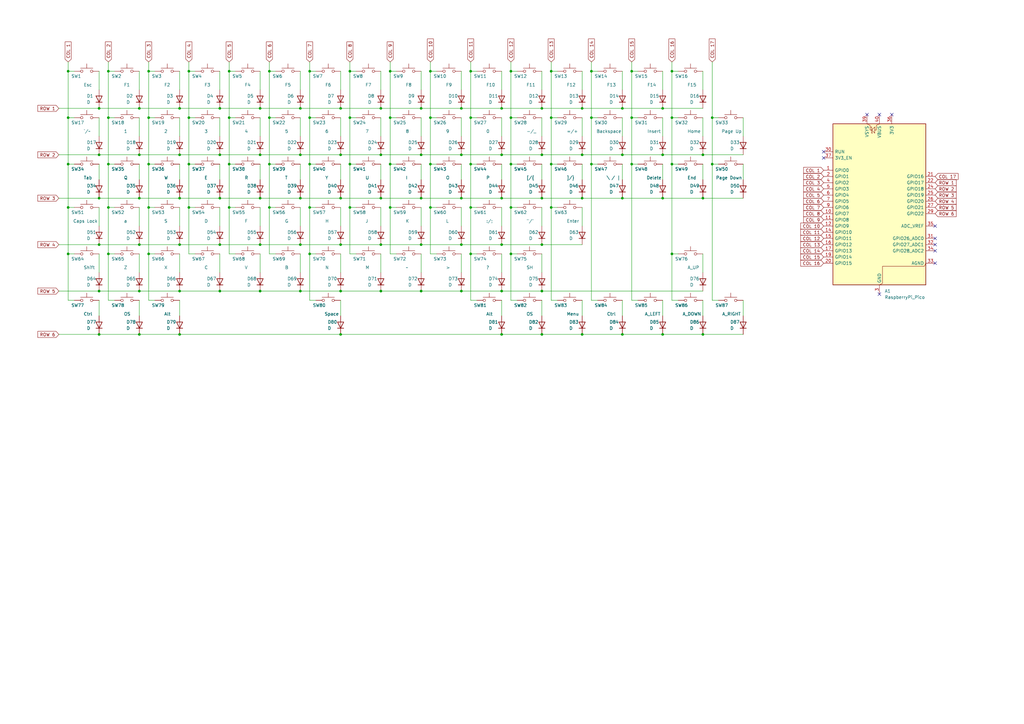
<source format=kicad_sch>
(kicad_sch (version 20250114) (generator "eeschema") (generator_version "9.0")
  (paper "A3")
  (lib_symbols
    (symbol "Device:D" (pin_numbers (hide yes)) (pin_names (offset 1.016) (hide yes))
      (property "Reference" "D" (at 0 2.54 0))
      (property "Value" "D" (at 0 -2.54 0))
      (symbol "D_1_1"
        (pin passive line (at -3.81 0 0) (length 2.54) (name "K") (number "1"))
        (pin passive line (at 3.81 0 180) (length 2.54) (name "A") (number "2"))
      )
    )
    (symbol "MCU_Module:RaspberryPi_Pico" (pin_names (offset 0.762))
      (property "Reference" "A" (at -19.05 35.56 0))
      (property "Value" "RaspberryPi_Pico" (at 7.62 35.56 0))
      (symbol "RaspberryPi_Pico_1_1"
        (pin passive line (at -22.86 22.86 0) (length 3.81) (name "RUN") (number "30"))
        (pin passive line (at -22.86 20.32 0) (length 3.81) (name "3V3_EN") (number "37"))
        (pin bidirectional line (at -22.86 15.24 0) (length 3.81) (name "GPIO0") (number "1"))
        (pin bidirectional line (at -22.86 12.7 0) (length 3.81) (name "GPIO1") (number "2"))
        (pin bidirectional line (at -22.86 10.16 0) (length 3.81) (name "GPIO2") (number "4"))
        (pin bidirectional line (at -22.86 7.62 0) (length 3.81) (name "GPIO3") (number "5"))
        (pin bidirectional line (at -22.86 5.08 0) (length 3.81) (name "GPIO4") (number "6"))
        (pin bidirectional line (at -22.86 2.54 0) (length 3.81) (name "GPIO5") (number "7"))
        (pin bidirectional line (at -22.86 0 0) (length 3.81) (name "GPIO6") (number "9"))
        (pin bidirectional line (at -22.86 -2.54 0) (length 3.81) (name "GPIO7") (number "10"))
        (pin bidirectional line (at -22.86 -5.08 0) (length 3.81) (name "GPIO8") (number "11"))
        (pin bidirectional line (at -22.86 -7.62 0) (length 3.81) (name "GPIO9") (number "12"))
        (pin bidirectional line (at -22.86 -10.16 0) (length 3.81) (name "GPIO10") (number "14"))
        (pin bidirectional line (at -22.86 -12.7 0) (length 3.81) (name "GPIO11") (number "15"))
        (pin bidirectional line (at -22.86 -15.24 0) (length 3.81) (name "GPIO12") (number "16"))
        (pin bidirectional line (at -22.86 -17.78 0) (length 3.81) (name "GPIO13") (number "17"))
        (pin bidirectional line (at -22.86 -20.32 0) (length 3.81) (name "GPIO14") (number "19"))
        (pin bidirectional line (at -22.86 -22.86 0) (length 3.81) (name "GPIO15") (number "20"))
        (pin power_in line (at -5.08 38.1 270) (length 3.81) (name "VSYS") (number "39"))
        (pin power_out line (at 0 38.1 270) (length 3.81) (name "VBUS") (number "40"))
        (pin passive line (at 0 -35.56 90) (length 3.81) (hide yes) (name "GND") (number "13"))
        (pin passive line (at 0 -35.56 90) (length 3.81) (hide yes) (name "GND") (number "18"))
        (pin passive line (at 0 -35.56 90) (length 3.81) (hide yes) (name "GND") (number "23"))
        (pin passive line (at 0 -35.56 90) (length 3.81) (hide yes) (name "GND") (number "28"))
        (pin power_out line (at 0 -35.56 90) (length 3.81) (name "GND") (number "3"))
        (pin passive line (at 0 -35.56 90) (length 3.81) (hide yes) (name "GND") (number "38"))
        (pin passive line (at 0 -35.56 90) (length 3.81) (hide yes) (name "GND") (number "8"))
        (pin power_out line (at 5.08 38.1 270) (length 3.81) (name "3V3") (number "36"))
        (pin bidirectional line (at 22.86 12.7 180) (length 3.81) (name "GPIO16") (number "21"))
        (pin bidirectional line (at 22.86 10.16 180) (length 3.81) (name "GPIO17") (number "22"))
        (pin bidirectional line (at 22.86 7.62 180) (length 3.81) (name "GPIO18") (number "24"))
        (pin bidirectional line (at 22.86 5.08 180) (length 3.81) (name "GPIO19") (number "25"))
        (pin bidirectional line (at 22.86 2.54 180) (length 3.81) (name "GPIO20") (number "26"))
        (pin bidirectional line (at 22.86 0 180) (length 3.81) (name "GPIO21") (number "27"))
        (pin bidirectional line (at 22.86 -2.54 180) (length 3.81) (name "GPIO22") (number "29"))
        (pin power_in line (at 22.86 -7.62 180) (length 3.81) (name "ADC_VREF") (number "35"))
        (pin bidirectional line (at 22.86 -12.7 180) (length 3.81) (name "GPIO26_ADC0") (number "31"))
        (pin bidirectional line (at 22.86 -15.24 180) (length 3.81) (name "GPIO27_ADC1") (number "32"))
        (pin bidirectional line (at 22.86 -17.78 180) (length 3.81) (name "GPIO28_ADC2") (number "34"))
        (pin power_out line (at 22.86 -22.86 180) (length 3.81) (name "AGND") (number "33"))
      )
    )
    (symbol "Switch:SW_Push" (pin_numbers (hide yes)) (pin_names (offset 1.016) (hide yes))
      (property "Reference" "SW" (at 1.27 2.54 0))
      (property "Value" "SW_Push" (at 0 -1.524 0))
      (symbol "SW_Push_0_1"
        (pin passive line (at -5.08 0 0) (length 2.54) (name "1") (number "1"))
        (pin passive line (at 5.08 0 180) (length 2.54) (name "2") (number "2"))
      )
    )
  )
  (junction (at 44.45 67.31))
  (junction (at 160.02 29.21))
  (junction (at 292.1 48.26))
  (junction (at 143.51 48.26))
  (junction (at 127 48.26))
  (junction (at 156.21 81.28))
  (junction (at 60.96 104.14))
  (junction (at 90.17 119.38))
  (junction (at 139.7 119.38))
  (junction (at 139.7 63.5))
  (junction (at 156.21 44.45))
  (junction (at 73.66 44.45))
  (junction (at 139.7 81.28))
  (junction (at 193.04 48.26))
  (junction (at 93.98 67.31))
  (junction (at 93.98 48.26))
  (junction (at 77.47 67.31))
  (junction (at 222.25 100.33))
  (junction (at 271.78 137.16))
  (junction (at 205.74 119.38))
  (junction (at 93.98 29.21))
  (junction (at 110.49 29.21))
  (junction (at 189.23 100.33))
  (junction (at 123.19 81.28))
  (junction (at 93.98 85.09))
  (junction (at 193.04 85.09))
  (junction (at 259.08 29.21))
  (junction (at 176.53 29.21))
  (junction (at 226.06 85.09))
  (junction (at 226.06 67.31))
  (junction (at 238.76 44.45))
  (junction (at 90.17 81.28))
  (junction (at 27.94 48.26))
  (junction (at 110.49 67.31))
  (junction (at 255.27 81.28))
  (junction (at 172.72 63.5))
  (junction (at 40.64 119.38))
  (junction (at 242.57 48.26))
  (junction (at 123.19 100.33))
  (junction (at 73.66 100.33))
  (junction (at 222.25 63.5))
  (junction (at 271.78 63.5))
  (junction (at 44.45 104.14))
  (junction (at 226.06 48.26))
  (junction (at 27.94 104.14))
  (junction (at 209.55 85.09))
  (junction (at 259.08 48.26))
  (junction (at 275.59 104.14))
  (junction (at 255.27 63.5))
  (junction (at 209.55 29.21))
  (junction (at 222.25 137.16))
  (junction (at 60.96 48.26))
  (junction (at 176.53 48.26))
  (junction (at 189.23 63.5))
  (junction (at 77.47 48.26))
  (junction (at 110.49 48.26))
  (junction (at 172.72 44.45))
  (junction (at 242.57 29.21))
  (junction (at 259.08 67.31))
  (junction (at 44.45 29.21))
  (junction (at 77.47 85.09))
  (junction (at 172.72 81.28))
  (junction (at 139.7 44.45))
  (junction (at 205.74 81.28))
  (junction (at 172.72 119.38))
  (junction (at 139.7 137.16))
  (junction (at 106.68 63.5))
  (junction (at 60.96 85.09))
  (junction (at 73.66 119.38))
  (junction (at 222.25 81.28))
  (junction (at 209.55 48.26))
  (junction (at 160.02 85.09))
  (junction (at 57.15 137.16))
  (junction (at 193.04 67.31))
  (junction (at 90.17 44.45))
  (junction (at 27.94 29.21))
  (junction (at 209.55 104.14))
  (junction (at 288.29 137.16))
  (junction (at 40.64 63.5))
  (junction (at 73.66 137.16))
  (junction (at 193.04 29.21))
  (junction (at 57.15 100.33))
  (junction (at 40.64 81.28))
  (junction (at 271.78 44.45))
  (junction (at 139.7 100.33))
  (junction (at 189.23 119.38))
  (junction (at 143.51 67.31))
  (junction (at 90.17 100.33))
  (junction (at 156.21 119.38))
  (junction (at 127 85.09))
  (junction (at 143.51 29.21))
  (junction (at 123.19 44.45))
  (junction (at 242.57 67.31))
  (junction (at 226.06 29.21))
  (junction (at 160.02 48.26))
  (junction (at 288.29 81.28))
  (junction (at 123.19 119.38))
  (junction (at 123.19 63.5))
  (junction (at 275.59 48.26))
  (junction (at 160.02 67.31))
  (junction (at 189.23 81.28))
  (junction (at 44.45 48.26))
  (junction (at 57.15 63.5))
  (junction (at 60.96 67.31))
  (junction (at 238.76 137.16))
  (junction (at 205.74 100.33))
  (junction (at 90.17 63.5))
  (junction (at 27.94 85.09))
  (junction (at 176.53 67.31))
  (junction (at 238.76 63.5))
  (junction (at 106.68 100.33))
  (junction (at 127 104.14))
  (junction (at 205.74 63.5))
  (junction (at 292.1 67.31))
  (junction (at 172.72 100.33))
  (junction (at 60.96 29.21))
  (junction (at 40.64 100.33))
  (junction (at 222.25 119.38))
  (junction (at 193.04 104.14))
  (junction (at 106.68 44.45))
  (junction (at 176.53 85.09))
  (junction (at 73.66 63.5))
  (junction (at 275.59 67.31))
  (junction (at 189.23 44.45))
  (junction (at 40.64 44.45))
  (junction (at 27.94 67.31))
  (junction (at 57.15 119.38))
  (junction (at 44.45 85.09))
  (junction (at 275.59 29.21))
  (junction (at 143.51 85.09))
  (junction (at 238.76 81.28))
  (junction (at 205.74 137.16))
  (junction (at 255.27 44.45))
  (junction (at 205.74 44.45))
  (junction (at 127 29.21))
  (junction (at 222.25 44.45))
  (junction (at 106.68 119.38))
  (junction (at 271.78 81.28))
  (junction (at 57.15 81.28))
  (junction (at 209.55 67.31))
  (junction (at 57.15 44.45))
  (junction (at 156.21 100.33))
  (junction (at 73.66 81.28))
  (junction (at 288.29 63.5))
  (junction (at 110.49 85.09))
  (junction (at 77.47 29.21))
  (junction (at 106.68 81.28))
  (junction (at 40.64 137.16))
  (junction (at 255.27 137.16))
  (junction (at 127 67.31))
  (junction (at 156.21 63.5))
  (no_connect (at 365.76 46.99))
  (no_connect (at 383.54 102.87))
  (no_connect (at 337.82 62.23))
  (no_connect (at 383.54 107.95))
  (no_connect (at 355.6 46.99))
  (no_connect (at 383.54 100.33))
  (no_connect (at 383.54 97.79))
  (no_connect (at 337.82 64.77))
  (no_connect (at 383.54 92.71))
  (no_connect (at 360.68 46.99))
  (no_connect (at 360.68 120.65))
  (wire (pts (xy 156.21 67.31) (xy 156.21 73.66)))
  (wire (pts (xy 226.06 29.21) (xy 228.6 29.21)))
  (wire (pts (xy 156.21 63.5) (xy 172.72 63.5)))
  (wire (pts (xy 77.47 48.26) (xy 77.47 67.31)))
  (wire (pts (xy 156.21 81.28) (xy 172.72 81.28)))
  (wire (pts (xy 57.15 85.09) (xy 57.15 92.71)))
  (wire (pts (xy 259.08 48.26) (xy 261.62 48.26)))
  (wire (pts (xy 40.64 67.31) (xy 40.64 73.66)))
  (wire (pts (xy 259.08 29.21) (xy 261.62 29.21)))
  (wire (pts (xy 271.78 48.26) (xy 271.78 55.88)))
  (wire (pts (xy 44.45 29.21) (xy 44.45 48.26)))
  (wire (pts (xy 238.76 85.09) (xy 238.76 92.71)))
  (wire (pts (xy 27.94 29.21) (xy 30.48 29.21)))
  (wire (pts (xy 156.21 29.21) (xy 156.21 36.83)))
  (wire (pts (xy 73.66 48.26) (xy 73.66 55.88)))
  (wire (pts (xy 209.55 29.21) (xy 212.09 29.21)))
  (wire (pts (xy 205.74 104.14) (xy 205.74 111.76)))
  (wire (pts (xy 209.55 48.26) (xy 209.55 67.31)))
  (wire (pts (xy 127 104.14) (xy 129.54 104.14)))
  (wire (pts (xy 60.96 29.21) (xy 60.96 48.26)))
  (wire (pts (xy 176.53 25.4) (xy 176.53 29.21)))
  (wire (pts (xy 57.15 137.16) (xy 73.66 137.16)))
  (wire (pts (xy 73.66 63.5) (xy 90.17 63.5)))
  (wire (pts (xy 44.45 85.09) (xy 44.45 104.14)))
  (wire (pts (xy 176.53 85.09) (xy 176.53 104.14)))
  (wire (pts (xy 160.02 85.09) (xy 162.56 85.09)))
  (wire (pts (xy 189.23 81.28) (xy 205.74 81.28)))
  (wire (pts (xy 176.53 67.31) (xy 179.07 67.31)))
  (wire (pts (xy 226.06 123.19) (xy 228.6 123.19)))
  (wire (pts (xy 288.29 29.21) (xy 288.29 36.83)))
  (wire (pts (xy 24.13 100.33) (xy 40.64 100.33)))
  (wire (pts (xy 110.49 29.21) (xy 110.49 48.26)))
  (wire (pts (xy 205.74 63.5) (xy 222.25 63.5)))
  (wire (pts (xy 143.51 85.09) (xy 146.05 85.09)))
  (wire (pts (xy 209.55 85.09) (xy 209.55 104.14)))
  (wire (pts (xy 156.21 119.38) (xy 172.72 119.38)))
  (wire (pts (xy 288.29 63.5) (xy 304.8 63.5)))
  (wire (pts (xy 73.66 104.14) (xy 73.66 111.76)))
  (wire (pts (xy 73.66 81.28) (xy 90.17 81.28)))
  (wire (pts (xy 304.8 123.19) (xy 304.8 129.54)))
  (wire (pts (xy 24.13 81.28) (xy 40.64 81.28)))
  (wire (pts (xy 259.08 67.31) (xy 259.08 123.19)))
  (wire (pts (xy 106.68 85.09) (xy 106.68 92.71)))
  (wire (pts (xy 193.04 25.4) (xy 193.04 29.21)))
  (wire (pts (xy 73.66 119.38) (xy 90.17 119.38)))
  (wire (pts (xy 226.06 48.26) (xy 226.06 67.31)))
  (wire (pts (xy 193.04 29.21) (xy 193.04 48.26)))
  (wire (pts (xy 44.45 67.31) (xy 44.45 85.09)))
  (wire (pts (xy 172.72 104.14) (xy 172.72 111.76)))
  (wire (pts (xy 189.23 119.38) (xy 172.72 119.38)))
  (wire (pts (xy 77.47 48.26) (xy 80.01 48.26)))
  (wire (pts (xy 143.51 48.26) (xy 146.05 48.26)))
  (wire (pts (xy 156.21 44.45) (xy 172.72 44.45)))
  (wire (pts (xy 57.15 119.38) (xy 73.66 119.38)))
  (wire (pts (xy 172.72 85.09) (xy 172.72 92.71)))
  (wire (pts (xy 139.7 137.16) (xy 205.74 137.16)))
  (wire (pts (xy 60.96 104.14) (xy 60.96 123.19)))
  (wire (pts (xy 189.23 100.33) (xy 205.74 100.33)))
  (wire (pts (xy 24.13 44.45) (xy 40.64 44.45)))
  (wire (pts (xy 24.13 137.16) (xy 40.64 137.16)))
  (wire (pts (xy 160.02 67.31) (xy 162.56 67.31)))
  (wire (pts (xy 222.25 67.31) (xy 222.25 73.66)))
  (wire (pts (xy 193.04 104.14) (xy 195.58 104.14)))
  (wire (pts (xy 275.59 48.26) (xy 278.13 48.26)))
  (wire (pts (xy 110.49 48.26) (xy 113.03 48.26)))
  (wire (pts (xy 176.53 29.21) (xy 179.07 29.21)))
  (wire (pts (xy 110.49 67.31) (xy 113.03 67.31)))
  (wire (pts (xy 27.94 67.31) (xy 27.94 85.09)))
  (wire (pts (xy 222.25 81.28) (xy 238.76 81.28)))
  (wire (pts (xy 77.47 67.31) (xy 77.47 85.09)))
  (wire (pts (xy 73.66 85.09) (xy 73.66 92.71)))
  (wire (pts (xy 271.78 67.31) (xy 271.78 73.66)))
  (wire (pts (xy 255.27 44.45) (xy 271.78 44.45)))
  (wire (pts (xy 176.53 48.26) (xy 179.07 48.26)))
  (wire (pts (xy 123.19 104.14) (xy 123.19 111.76)))
  (wire (pts (xy 110.49 25.4) (xy 110.49 29.21)))
  (wire (pts (xy 209.55 48.26) (xy 212.09 48.26)))
  (wire (pts (xy 205.74 85.09) (xy 205.74 92.71)))
  (wire (pts (xy 73.66 137.16) (xy 139.7 137.16)))
  (wire (pts (xy 172.72 44.45) (xy 189.23 44.45)))
  (wire (pts (xy 77.47 85.09) (xy 77.47 104.14)))
  (wire (pts (xy 288.29 104.14) (xy 288.29 111.76)))
  (wire (pts (xy 57.15 67.31) (xy 57.15 73.66)))
  (wire (pts (xy 80.01 29.21) (xy 77.47 29.21)))
  (wire (pts (xy 60.96 29.21) (xy 63.5 29.21)))
  (wire (pts (xy 40.64 123.19) (xy 40.64 129.54)))
  (wire (pts (xy 205.74 119.38) (xy 189.23 119.38)))
  (wire (pts (xy 90.17 29.21) (xy 90.17 36.83)))
  (wire (pts (xy 110.49 104.14) (xy 113.03 104.14)))
  (wire (pts (xy 90.17 44.45) (xy 106.68 44.45)))
  (wire (pts (xy 40.64 29.21) (xy 40.64 36.83)))
  (wire (pts (xy 46.99 29.21) (xy 44.45 29.21)))
  (wire (pts (xy 27.94 104.14) (xy 27.94 123.19)))
  (wire (pts (xy 172.72 100.33) (xy 189.23 100.33)))
  (wire (pts (xy 127 25.4) (xy 127 29.21)))
  (wire (pts (xy 123.19 81.28) (xy 139.7 81.28)))
  (wire (pts (xy 275.59 123.19) (xy 278.13 123.19)))
  (wire (pts (xy 60.96 67.31) (xy 63.5 67.31)))
  (wire (pts (xy 27.94 67.31) (xy 30.48 67.31)))
  (wire (pts (xy 44.45 85.09) (xy 46.99 85.09)))
  (wire (pts (xy 176.53 104.14) (xy 179.07 104.14)))
  (wire (pts (xy 110.49 67.31) (xy 110.49 85.09)))
  (wire (pts (xy 242.57 67.31) (xy 242.57 123.19)))
  (wire (pts (xy 27.94 48.26) (xy 27.94 67.31)))
  (wire (pts (xy 160.02 104.14) (xy 162.56 104.14)))
  (wire (pts (xy 90.17 100.33) (xy 106.68 100.33)))
  (wire (pts (xy 222.25 29.21) (xy 222.25 36.83)))
  (wire (pts (xy 57.15 48.26) (xy 57.15 55.88)))
  (wire (pts (xy 209.55 25.4) (xy 209.55 29.21)))
  (wire (pts (xy 143.51 29.21) (xy 146.05 29.21)))
  (wire (pts (xy 242.57 29.21) (xy 245.11 29.21)))
  (wire (pts (xy 139.7 100.33) (xy 156.21 100.33)))
  (wire (pts (xy 242.57 29.21) (xy 242.57 48.26)))
  (wire (pts (xy 222.25 137.16) (xy 238.76 137.16)))
  (wire (pts (xy 238.76 123.19) (xy 238.76 129.54)))
  (wire (pts (xy 238.76 48.26) (xy 238.76 55.88)))
  (wire (pts (xy 226.06 67.31) (xy 228.6 67.31)))
  (wire (pts (xy 205.74 81.28) (xy 222.25 81.28)))
  (wire (pts (xy 271.78 29.21) (xy 271.78 36.83)))
  (wire (pts (xy 73.66 123.19) (xy 73.66 129.54)))
  (wire (pts (xy 93.98 67.31) (xy 96.52 67.31)))
  (wire (pts (xy 139.7 29.21) (xy 139.7 36.83)))
  (wire (pts (xy 27.94 104.14) (xy 30.48 104.14)))
  (wire (pts (xy 255.27 137.16) (xy 271.78 137.16)))
  (wire (pts (xy 106.68 100.33) (xy 123.19 100.33)))
  (wire (pts (xy 123.19 119.38) (xy 106.68 119.38)))
  (wire (pts (xy 193.04 48.26) (xy 195.58 48.26)))
  (wire (pts (xy 139.7 44.45) (xy 156.21 44.45)))
  (wire (pts (xy 172.72 63.5) (xy 189.23 63.5)))
  (wire (pts (xy 57.15 63.5) (xy 73.66 63.5)))
  (wire (pts (xy 60.96 67.31) (xy 60.96 85.09)))
  (wire (pts (xy 40.64 44.45) (xy 57.15 44.45)))
  (wire (pts (xy 222.25 119.38) (xy 288.29 119.38)))
  (wire (pts (xy 275.59 25.4) (xy 275.59 29.21)))
  (wire (pts (xy 193.04 85.09) (xy 193.04 104.14)))
  (wire (pts (xy 60.96 104.14) (xy 63.5 104.14)))
  (wire (pts (xy 193.04 123.19) (xy 195.58 123.19)))
  (wire (pts (xy 209.55 29.21) (xy 209.55 48.26)))
  (wire (pts (xy 40.64 48.26) (xy 40.64 55.88)))
  (wire (pts (xy 143.51 85.09) (xy 143.51 104.14)))
  (wire (pts (xy 209.55 67.31) (xy 209.55 85.09)))
  (wire (pts (xy 205.74 119.38) (xy 222.25 119.38)))
  (wire (pts (xy 127 48.26) (xy 129.54 48.26)))
  (wire (pts (xy 292.1 67.31) (xy 294.64 67.31)))
  (wire (pts (xy 73.66 67.31) (xy 73.66 73.66)))
  (wire (pts (xy 205.74 48.26) (xy 205.74 55.88)))
  (wire (pts (xy 189.23 104.14) (xy 189.23 111.76)))
  (wire (pts (xy 123.19 67.31) (xy 123.19 73.66)))
  (wire (pts (xy 193.04 67.31) (xy 195.58 67.31)))
  (wire (pts (xy 226.06 48.26) (xy 228.6 48.26)))
  (wire (pts (xy 110.49 85.09) (xy 110.49 104.14)))
  (wire (pts (xy 226.06 85.09) (xy 226.06 123.19)))
  (wire (pts (xy 106.68 48.26) (xy 106.68 55.88)))
  (wire (pts (xy 60.96 48.26) (xy 63.5 48.26)))
  (wire (pts (xy 205.74 44.45) (xy 222.25 44.45)))
  (wire (pts (xy 275.59 104.14) (xy 275.59 123.19)))
  (wire (pts (xy 106.68 104.14) (xy 106.68 111.76)))
  (wire (pts (xy 93.98 85.09) (xy 96.52 85.09)))
  (wire (pts (xy 176.53 29.21) (xy 176.53 48.26)))
  (wire (pts (xy 275.59 29.21) (xy 275.59 48.26)))
  (wire (pts (xy 292.1 67.31) (xy 292.1 123.19)))
  (wire (pts (xy 292.1 48.26) (xy 292.1 67.31)))
  (wire (pts (xy 189.23 44.45) (xy 205.74 44.45)))
  (wire (pts (xy 226.06 25.4) (xy 226.06 29.21)))
  (wire (pts (xy 127 29.21) (xy 127 48.26)))
  (wire (pts (xy 205.74 29.21) (xy 205.74 36.83)))
  (wire (pts (xy 57.15 81.28) (xy 73.66 81.28)))
  (wire (pts (xy 226.06 85.09) (xy 228.6 85.09)))
  (wire (pts (xy 127 123.19) (xy 129.54 123.19)))
  (wire (pts (xy 27.94 48.26) (xy 30.48 48.26)))
  (wire (pts (xy 176.53 67.31) (xy 176.53 85.09)))
  (wire (pts (xy 292.1 123.19) (xy 294.64 123.19)))
  (wire (pts (xy 255.27 29.21) (xy 255.27 36.83)))
  (wire (pts (xy 110.49 29.21) (xy 113.03 29.21)))
  (wire (pts (xy 238.76 67.31) (xy 238.76 73.66)))
  (wire (pts (xy 73.66 29.21) (xy 73.66 36.83)))
  (wire (pts (xy 127 85.09) (xy 127 104.14)))
  (wire (pts (xy 123.19 29.21) (xy 123.19 36.83)))
  (wire (pts (xy 193.04 67.31) (xy 193.04 85.09)))
  (wire (pts (xy 209.55 104.14) (xy 209.55 123.19)))
  (wire (pts (xy 90.17 48.26) (xy 90.17 55.88)))
  (wire (pts (xy 44.45 48.26) (xy 44.45 67.31)))
  (wire (pts (xy 193.04 48.26) (xy 193.04 67.31)))
  (wire (pts (xy 271.78 63.5) (xy 288.29 63.5)))
  (wire (pts (xy 226.06 67.31) (xy 226.06 85.09)))
  (wire (pts (xy 238.76 29.21) (xy 238.76 36.83)))
  (wire (pts (xy 40.64 104.14) (xy 40.64 111.76)))
  (wire (pts (xy 255.27 63.5) (xy 271.78 63.5)))
  (wire (pts (xy 57.15 100.33) (xy 73.66 100.33)))
  (wire (pts (xy 205.74 100.33) (xy 222.25 100.33)))
  (wire (pts (xy 189.23 48.26) (xy 189.23 55.88)))
  (wire (pts (xy 292.1 25.4) (xy 292.1 48.26)))
  (wire (pts (xy 160.02 67.31) (xy 160.02 85.09)))
  (wire (pts (xy 139.7 63.5) (xy 156.21 63.5)))
  (wire (pts (xy 172.72 29.21) (xy 172.72 36.83)))
  (wire (pts (xy 106.68 29.21) (xy 106.68 36.83)))
  (wire (pts (xy 40.64 85.09) (xy 40.64 92.71)))
  (wire (pts (xy 90.17 85.09) (xy 90.17 92.71)))
  (wire (pts (xy 44.45 67.31) (xy 46.99 67.31)))
  (wire (pts (xy 106.68 63.5) (xy 123.19 63.5)))
  (wire (pts (xy 90.17 63.5) (xy 106.68 63.5)))
  (wire (pts (xy 288.29 81.28) (xy 304.8 81.28)))
  (wire (pts (xy 160.02 48.26) (xy 160.02 67.31)))
  (wire (pts (xy 222.25 85.09) (xy 222.25 92.71)))
  (wire (pts (xy 77.47 25.4) (xy 77.47 29.21)))
  (wire (pts (xy 209.55 123.19) (xy 212.09 123.19)))
  (wire (pts (xy 143.51 25.4) (xy 143.51 29.21)))
  (wire (pts (xy 271.78 44.45) (xy 288.29 44.45)))
  (wire (pts (xy 255.27 48.26) (xy 255.27 55.88)))
  (wire (pts (xy 143.51 48.26) (xy 143.51 67.31)))
  (wire (pts (xy 93.98 48.26) (xy 93.98 67.31)))
  (wire (pts (xy 139.7 85.09) (xy 139.7 92.71)))
  (wire (pts (xy 73.66 44.45) (xy 90.17 44.45)))
  (wire (pts (xy 304.8 67.31) (xy 304.8 73.66)))
  (wire (pts (xy 73.66 100.33) (xy 90.17 100.33)))
  (wire (pts (xy 60.96 123.19) (xy 63.5 123.19)))
  (wire (pts (xy 127 85.09) (xy 129.54 85.09)))
  (wire (pts (xy 90.17 119.38) (xy 106.68 119.38)))
  (wire (pts (xy 160.02 25.4) (xy 160.02 29.21)))
  (wire (pts (xy 271.78 137.16) (xy 288.29 137.16)))
  (wire (pts (xy 222.25 63.5) (xy 238.76 63.5)))
  (wire (pts (xy 222.25 123.19) (xy 222.25 129.54)))
  (wire (pts (xy 271.78 81.28) (xy 288.29 81.28)))
  (wire (pts (xy 127 48.26) (xy 127 67.31)))
  (wire (pts (xy 238.76 44.45) (xy 255.27 44.45)))
  (wire (pts (xy 238.76 137.16) (xy 255.27 137.16)))
  (wire (pts (xy 60.96 85.09) (xy 60.96 104.14)))
  (wire (pts (xy 139.7 104.14) (xy 139.7 111.76)))
  (wire (pts (xy 127 67.31) (xy 129.54 67.31)))
  (wire (pts (xy 127 104.14) (xy 127 123.19)))
  (wire (pts (xy 127 67.31) (xy 127 85.09)))
  (wire (pts (xy 193.04 104.14) (xy 193.04 123.19)))
  (wire (pts (xy 139.7 119.38) (xy 123.19 119.38)))
  (wire (pts (xy 238.76 81.28) (xy 255.27 81.28)))
  (wire (pts (xy 275.59 48.26) (xy 275.59 67.31)))
  (wire (pts (xy 93.98 85.09) (xy 93.98 104.14)))
  (wire (pts (xy 209.55 104.14) (xy 212.09 104.14)))
  (wire (pts (xy 209.55 67.31) (xy 212.09 67.31)))
  (wire (pts (xy 143.51 29.21) (xy 143.51 48.26)))
  (wire (pts (xy 172.72 67.31) (xy 172.72 73.66)))
  (wire (pts (xy 24.13 119.38) (xy 40.64 119.38)))
  (wire (pts (xy 77.47 67.31) (xy 80.01 67.31)))
  (wire (pts (xy 143.51 67.31) (xy 143.51 85.09)))
  (wire (pts (xy 57.15 44.45) (xy 73.66 44.45)))
  (wire (pts (xy 242.57 123.19) (xy 245.11 123.19)))
  (wire (pts (xy 189.23 29.21) (xy 189.23 36.83)))
  (wire (pts (xy 139.7 119.38) (xy 156.21 119.38)))
  (wire (pts (xy 40.64 119.38) (xy 57.15 119.38)))
  (wire (pts (xy 288.29 48.26) (xy 288.29 55.88)))
  (wire (pts (xy 127 29.21) (xy 129.54 29.21)))
  (wire (pts (xy 44.45 104.14) (xy 44.45 123.19)))
  (wire (pts (xy 40.64 81.28) (xy 57.15 81.28)))
  (wire (pts (xy 242.57 25.4) (xy 242.57 29.21)))
  (wire (pts (xy 176.53 85.09) (xy 179.07 85.09)))
  (wire (pts (xy 275.59 104.14) (xy 278.13 104.14)))
  (wire (pts (xy 189.23 67.31) (xy 189.23 73.66)))
  (wire (pts (xy 160.02 29.21) (xy 160.02 48.26)))
  (wire (pts (xy 93.98 25.4) (xy 93.98 29.21)))
  (wire (pts (xy 259.08 67.31) (xy 261.62 67.31)))
  (wire (pts (xy 93.98 29.21) (xy 93.98 48.26)))
  (wire (pts (xy 189.23 85.09) (xy 189.23 92.71)))
  (wire (pts (xy 40.64 63.5) (xy 57.15 63.5)))
  (wire (pts (xy 123.19 85.09) (xy 123.19 92.71)))
  (wire (pts (xy 222.25 44.45) (xy 238.76 44.45)))
  (wire (pts (xy 24.13 63.5) (xy 40.64 63.5)))
  (wire (pts (xy 139.7 67.31) (xy 139.7 73.66)))
  (wire (pts (xy 93.98 67.31) (xy 93.98 85.09)))
  (wire (pts (xy 205.74 67.31) (xy 205.74 73.66)))
  (wire (pts (xy 60.96 25.4) (xy 60.96 29.21)))
  (wire (pts (xy 160.02 29.21) (xy 162.56 29.21)))
  (wire (pts (xy 156.21 104.14) (xy 156.21 111.76)))
  (wire (pts (xy 123.19 100.33) (xy 139.7 100.33)))
  (wire (pts (xy 292.1 48.26) (xy 294.64 48.26)))
  (wire (pts (xy 106.68 67.31) (xy 106.68 73.66)))
  (wire (pts (xy 27.94 85.09) (xy 30.48 85.09)))
  (wire (pts (xy 143.51 67.31) (xy 146.05 67.31)))
  (wire (pts (xy 172.72 48.26) (xy 172.72 55.88)))
  (wire (pts (xy 242.57 48.26) (xy 242.57 67.31)))
  (wire (pts (xy 143.51 104.14) (xy 146.05 104.14)))
  (wire (pts (xy 77.47 85.09) (xy 80.01 85.09)))
  (wire (pts (xy 110.49 85.09) (xy 113.03 85.09)))
  (wire (pts (xy 209.55 85.09) (xy 212.09 85.09)))
  (wire (pts (xy 160.02 48.26) (xy 162.56 48.26)))
  (wire (pts (xy 44.45 25.4) (xy 44.45 29.21)))
  (wire (pts (xy 242.57 48.26) (xy 245.11 48.26)))
  (wire (pts (xy 90.17 81.28) (xy 106.68 81.28)))
  (wire (pts (xy 139.7 48.26) (xy 139.7 55.88)))
  (wire (pts (xy 110.49 48.26) (xy 110.49 67.31)))
  (wire (pts (xy 271.78 123.19) (xy 271.78 129.54)))
  (wire (pts (xy 189.23 63.5) (xy 205.74 63.5)))
  (wire (pts (xy 259.08 25.4) (xy 259.08 29.21)))
  (wire (pts (xy 139.7 81.28) (xy 156.21 81.28)))
  (wire (pts (xy 156.21 100.33) (xy 172.72 100.33)))
  (wire (pts (xy 193.04 85.09) (xy 195.58 85.09)))
  (wire (pts (xy 160.02 85.09) (xy 160.02 104.14)))
  (wire (pts (xy 304.8 48.26) (xy 304.8 55.88)))
  (wire (pts (xy 93.98 48.26) (xy 96.52 48.26)))
  (wire (pts (xy 255.27 81.28) (xy 271.78 81.28)))
  (wire (pts (xy 60.96 85.09) (xy 63.5 85.09)))
  (wire (pts (xy 222.25 104.14) (xy 222.25 111.76)))
  (wire (pts (xy 57.15 104.14) (xy 57.15 111.76)))
  (wire (pts (xy 255.27 67.31) (xy 255.27 73.66)))
  (wire (pts (xy 123.19 44.45) (xy 139.7 44.45)))
  (wire (pts (xy 288.29 137.16) (xy 304.8 137.16)))
  (wire (pts (xy 255.27 123.19) (xy 255.27 129.54)))
  (wire (pts (xy 172.72 81.28) (xy 189.23 81.28)))
  (wire (pts (xy 275.59 67.31) (xy 275.59 104.14)))
  (wire (pts (xy 156.21 85.09) (xy 156.21 92.71)))
  (wire (pts (xy 156.21 48.26) (xy 156.21 55.88)))
  (wire (pts (xy 90.17 67.31) (xy 90.17 73.66)))
  (wire (pts (xy 93.98 104.14) (xy 96.52 104.14)))
  (wire (pts (xy 288.29 123.19) (xy 288.29 129.54)))
  (wire (pts (xy 139.7 123.19) (xy 139.7 129.54)))
  (wire (pts (xy 205.74 137.16) (xy 222.25 137.16)))
  (wire (pts (xy 44.45 48.26) (xy 46.99 48.26)))
  (wire (pts (xy 60.96 48.26) (xy 60.96 67.31)))
  (wire (pts (xy 226.06 29.21) (xy 226.06 48.26)))
  (wire (pts (xy 57.15 123.19) (xy 57.15 129.54)))
  (wire (pts (xy 275.59 67.31) (xy 278.13 67.31)))
  (wire (pts (xy 259.08 48.26) (xy 259.08 67.31)))
  (wire (pts (xy 106.68 44.45) (xy 123.19 44.45)))
  (wire (pts (xy 176.53 48.26) (xy 176.53 67.31)))
  (wire (pts (xy 44.45 123.19) (xy 46.99 123.19)))
  (wire (pts (xy 44.45 104.14) (xy 46.99 104.14)))
  (wire (pts (xy 193.04 29.21) (xy 195.58 29.21)))
  (wire (pts (xy 106.68 81.28) (xy 123.19 81.28)))
  (wire (pts (xy 222.25 100.33) (xy 238.76 100.33)))
  (wire (pts (xy 123.19 48.26) (xy 123.19 55.88)))
  (wire (pts (xy 259.08 29.21) (xy 259.08 48.26)))
  (wire (pts (xy 27.94 29.21) (xy 27.94 48.26)))
  (wire (pts (xy 275.59 29.21) (xy 278.13 29.21)))
  (wire (pts (xy 27.94 85.09) (xy 27.94 104.14)))
  (wire (pts (xy 77.47 29.21) (xy 77.47 48.26)))
  (wire (pts (xy 40.64 100.33) (xy 57.15 100.33)))
  (wire (pts (xy 288.29 67.31) (xy 288.29 73.66)))
  (wire (pts (xy 205.74 123.19) (xy 205.74 129.54)))
  (wire (pts (xy 90.17 104.14) (xy 90.17 111.76)))
  (wire (pts (xy 96.52 29.21) (xy 93.98 29.21)))
  (wire (pts (xy 40.64 137.16) (xy 57.15 137.16)))
  (wire (pts (xy 259.08 123.19) (xy 261.62 123.19)))
  (wire (pts (xy 242.57 67.31) (xy 245.11 67.31)))
  (wire (pts (xy 57.15 29.21) (xy 57.15 36.83)))
  (wire (pts (xy 123.19 63.5) (xy 139.7 63.5)))
  (wire (pts (xy 77.47 104.14) (xy 80.01 104.14)))
  (wire (pts (xy 238.76 63.5) (xy 255.27 63.5)))
  (wire (pts (xy 222.25 48.26) (xy 222.25 55.88)))
  (wire (pts (xy 27.94 25.4) (xy 27.94 29.21)))
  (wire (pts (xy 27.94 123.19) (xy 30.48 123.19)))
  (global_label "ROW 3" (shape input) (at 24.13 81.28 180) (property "Intersheetrefs" "${INTERSHEET_REFS}" (effects (hide yes))))
  (global_label "COL 8" (shape input) (at 143.51 25.4 90) (property "Intersheetrefs" "${INTERSHEET_REFS}" (effects (hide yes))))
  (global_label "COL 15" (shape input) (at 337.82 105.41 180) (property "Intersheetrefs" "${INTERSHEET_REFS}" (effects (hide yes))))
  (global_label "COL 8" (shape input) (at 337.82 87.63 180) (property "Intersheetrefs" "${INTERSHEET_REFS}" (effects (hide yes))))
  (global_label "ROW 5" (shape input) (at 383.54 85.09 0) (property "Intersheetrefs" "${INTERSHEET_REFS}" (effects (hide yes))))
  (global_label "ROW 1" (shape input) (at 24.13 44.45 180) (property "Intersheetrefs" "${INTERSHEET_REFS}" (effects (hide yes))))
  (global_label "COL 9" (shape input) (at 160.02 25.4 90) (property "Intersheetrefs" "${INTERSHEET_REFS}" (effects (hide yes))))
  (global_label "ROW 5" (shape input) (at 24.13 119.38 180) (property "Intersheetrefs" "${INTERSHEET_REFS}" (effects (hide yes))))
  (global_label "ROW 1" (shape input) (at 383.54 74.93 0) (property "Intersheetrefs" "${INTERSHEET_REFS}" (effects (hide yes))))
  (global_label "COL 14" (shape input) (at 242.57 25.4 90) (property "Intersheetrefs" "${INTERSHEET_REFS}" (effects (hide yes))))
  (global_label "ROW 2" (shape input) (at 383.54 77.47 0) (property "Intersheetrefs" "${INTERSHEET_REFS}" (effects (hide yes))))
  (global_label "COL 4" (shape input) (at 337.82 77.47 180) (property "Intersheetrefs" "${INTERSHEET_REFS}" (effects (hide yes))))
  (global_label "COL 15" (shape input) (at 259.08 25.4 90) (property "Intersheetrefs" "${INTERSHEET_REFS}" (effects (hide yes))))
  (global_label "COL 12" (shape input) (at 209.55 25.4 90) (property "Intersheetrefs" "${INTERSHEET_REFS}" (effects (hide yes))))
  (global_label "COL 7" (shape input) (at 127 25.4 90) (property "Intersheetrefs" "${INTERSHEET_REFS}" (effects (hide yes))))
  (global_label "COL 1" (shape input) (at 27.94 25.4 90) (property "Intersheetrefs" "${INTERSHEET_REFS}" (effects (hide yes))))
  (global_label "COL 6" (shape input) (at 110.49 25.4 90) (property "Intersheetrefs" "${INTERSHEET_REFS}" (effects (hide yes))))
  (global_label "COL 1" (shape input) (at 337.82 69.85 180) (property "Intersheetrefs" "${INTERSHEET_REFS}" (effects (hide yes))))
  (global_label "COL 17" (shape input) (at 383.54 72.39 0) (property "Intersheetrefs" "${INTERSHEET_REFS}" (effects (hide yes))))
  (global_label "ROW 4" (shape input) (at 24.13 100.33 180) (property "Intersheetrefs" "${INTERSHEET_REFS}" (effects (hide yes))))
  (global_label "COL 13" (shape input) (at 226.06 25.4 90) (property "Intersheetrefs" "${INTERSHEET_REFS}" (effects (hide yes))))
  (global_label "COL 6" (shape input) (at 337.82 82.55 180) (property "Intersheetrefs" "${INTERSHEET_REFS}" (effects (hide yes))))
  (global_label "COL 12" (shape input) (at 337.82 97.79 180) (property "Intersheetrefs" "${INTERSHEET_REFS}" (effects (hide yes))))
  (global_label "COL 3" (shape input) (at 337.82 74.93 180) (property "Intersheetrefs" "${INTERSHEET_REFS}" (effects (hide yes))))
  (global_label "ROW 2" (shape input) (at 24.13 63.5 180) (property "Intersheetrefs" "${INTERSHEET_REFS}" (effects (hide yes))))
  (global_label "COL 4" (shape input) (at 77.47 25.4 90) (property "Intersheetrefs" "${INTERSHEET_REFS}" (effects (hide yes))))
  (global_label "COL 14" (shape input) (at 337.82 102.87 180) (property "Intersheetrefs" "${INTERSHEET_REFS}" (effects (hide yes))))
  (global_label "COL 16" (shape input) (at 337.82 107.95 180) (property "Intersheetrefs" "${INTERSHEET_REFS}" (effects (hide yes))))
  (global_label "COL 10" (shape input) (at 337.82 92.71 180) (property "Intersheetrefs" "${INTERSHEET_REFS}" (effects (hide yes))))
  (global_label "COL 11" (shape input) (at 337.82 95.25 180) (property "Intersheetrefs" "${INTERSHEET_REFS}" (effects (hide yes))))
  (global_label "COL 13" (shape input) (at 337.82 100.33 180) (property "Intersheetrefs" "${INTERSHEET_REFS}" (effects (hide yes))))
  (global_label "ROW 6" (shape input) (at 24.13 137.16 180) (property "Intersheetrefs" "${INTERSHEET_REFS}" (effects (hide yes))))
  (global_label "ROW 4" (shape input) (at 383.54 82.55 0) (property "Intersheetrefs" "${INTERSHEET_REFS}" (effects (hide yes))))
  (global_label "COL 5" (shape input) (at 337.82 80.01 180) (property "Intersheetrefs" "${INTERSHEET_REFS}" (effects (hide yes))))
  (global_label "ROW 6" (shape input) (at 383.54 87.63 0) (property "Intersheetrefs" "${INTERSHEET_REFS}" (effects (hide yes))))
  (global_label "COL 2" (shape input) (at 44.45 25.4 90) (property "Intersheetrefs" "${INTERSHEET_REFS}" (effects (hide yes))))
  (global_label "ROW 3" (shape input) (at 383.54 80.01 0) (property "Intersheetrefs" "${INTERSHEET_REFS}" (effects (hide yes))))
  (global_label "COL 3" (shape input) (at 60.96 25.4 90) (property "Intersheetrefs" "${INTERSHEET_REFS}" (effects (hide yes))))
  (global_label "COL 5" (shape input) (at 93.98 25.4 90) (property "Intersheetrefs" "${INTERSHEET_REFS}" (effects (hide yes))))
  (global_label "COL 10" (shape input) (at 176.53 25.4 90) (property "Intersheetrefs" "${INTERSHEET_REFS}" (effects (hide yes))))
  (global_label "COL 17" (shape input) (at 292.1 25.4 90) (property "Intersheetrefs" "${INTERSHEET_REFS}" (effects (hide yes))))
  (global_label "COL 16" (shape input) (at 275.59 25.4 90) (property "Intersheetrefs" "${INTERSHEET_REFS}" (effects (hide yes))))
  (global_label "COL 9" (shape input) (at 337.82 90.17 180) (property "Intersheetrefs" "${INTERSHEET_REFS}" (effects (hide yes))))
  (global_label "COL 11" (shape input) (at 193.04 25.4 90) (property "Intersheetrefs" "${INTERSHEET_REFS}" (effects (hide yes))))
  (global_label "COL 7" (shape input) (at 337.82 85.09 180) (property "Intersheetrefs" "${INTERSHEET_REFS}" (effects (hide yes))))
  (global_label "COL 2" (shape input) (at 337.82 72.39 180) (property "Intersheetrefs" "${INTERSHEET_REFS}" (effects (hide yes))))
  (symbol (lib_id "Switch:SW_Push") (at 283.21 67.31 0) (unit 1)
    (property "Reference" "SW49" (at 276.86 69.342 0) (effects (justify left)))
    (property "Value" "End" (at 281.94 72.898 0) (effects (justify left)))
    (property "Footprint" "Button_Switch_Keyboard:SW_Cherry_MX_1.00u_PCB" (effects (hide yes)))
    (property "Description" "Push button switch, generic, two pins" (effects (hide yes)))
  )
  (symbol (lib_id "Device:D") (at 238.76 96.52 90) (unit 1)
    (property "Reference" "D63" (at 233.426 95.25 90) (effects (justify right)))
    (property "Value" "D" (at 233.426 97.79 90) (effects (justify right)))
    (property "Footprint" "Diode_SMD:D_SOD-123" (effects (hide yes)))
    (property "Description" "Diode" (effects (hide yes)))
    (property "Sim.Device" "D" (effects (hide yes)))
    (property "Sim.Pins" "1=K 2=A" (effects (hide yes)))
  )
  (symbol (lib_id "Device:D") (at 271.78 77.47 90) (unit 1)
    (property "Reference" "D48" (at 266.446 76.2 90) (effects (justify right)))
    (property "Value" "D" (at 266.446 78.74 90) (effects (justify right)))
    (property "Footprint" "Diode_SMD:D_SOD-123" (effects (hide yes)))
    (property "Description" "Diode" (effects (hide yes)))
    (property "Sim.Device" "D" (effects (hide yes)))
    (property "Sim.Pins" "1=K 2=A" (effects (hide yes)))
  )
  (symbol (lib_id "Device:D") (at 205.74 59.69 90) (unit 1)
    (property "Reference" "D27" (at 200.406 58.42 90) (effects (justify right)))
    (property "Value" "D" (at 200.406 60.96 90) (effects (justify right)))
    (property "Footprint" "Diode_SMD:D_SOD-123" (effects (hide yes)))
    (property "Description" "Diode" (effects (hide yes)))
    (property "Sim.Device" "D" (effects (hide yes)))
    (property "Sim.Pins" "1=K 2=A" (effects (hide yes)))
  )
  (symbol (lib_id "Switch:SW_Push") (at 52.07 104.14 0) (unit 1)
    (property "Reference" "SW65" (at 45.72 106.172 0) (effects (justify left)))
    (property "Value" "Z" (at 50.8 109.728 0) (effects (justify left)))
    (property "Footprint" "Button_Switch_Keyboard:SW_Cherry_MX_1.00u_PCB" (effects (hide yes)))
    (property "Description" "Push button switch, generic, two pins" (effects (hide yes)))
  )
  (symbol (lib_id "Switch:SW_Push") (at 85.09 104.14 0) (unit 1)
    (property "Reference" "SW67" (at 78.74 106.172 0) (effects (justify left)))
    (property "Value" "C" (at 83.82 109.728 0) (effects (justify left)))
    (property "Footprint" "Button_Switch_Keyboard:SW_Cherry_MX_1.00u_PCB" (effects (hide yes)))
    (property "Description" "Push button switch, generic, two pins" (effects (hide yes)))
  )
  (symbol (lib_id "Switch:SW_Push") (at 35.56 123.19 0) (unit 1)
    (property "Reference" "SW77" (at 29.21 125.222 0) (effects (justify left)))
    (property "Value" "Ctrl" (at 34.29 128.778 0) (effects (justify left)))
    (property "Footprint" "Button_Switch_Keyboard:SW_Cherry_MX_1.25u_PCB" (effects (hide yes)))
    (property "Description" "Push button switch, generic, two pins" (effects (hide yes)))
  )
  (symbol (lib_id "Switch:SW_Push") (at 200.66 29.21 0) (unit 1)
    (property "Reference" "SW11" (at 194.31 31.242 0) (effects (justify left)))
    (property "Value" "F10" (at 199.39 34.798 0) (effects (justify left)))
    (property "Footprint" "Button_Switch_Keyboard:SW_Cherry_MX_1.00u_PCB" (effects (hide yes)))
    (property "Description" "Push button switch, generic, two pins" (effects (hide yes)))
  )
  (symbol (lib_id "Switch:SW_Push") (at 35.56 48.26 0) (unit 1)
    (property "Reference" "SW17" (at 29.21 50.292 0) (effects (justify left)))
    (property "Value" "`/~" (at 34.29 53.848 0) (effects (justify left)))
    (property "Footprint" "Button_Switch_Keyboard:SW_Cherry_MX_1.00u_PCB" (effects (hide yes)))
    (property "Description" "Push button switch, generic, two pins" (effects (hide yes)))
  )
  (symbol (lib_id "Switch:SW_Push") (at 134.62 123.19 0) (unit 1)
    (property "Reference" "SW80" (at 128.27 125.222 0) (effects (justify left)))
    (property "Value" "Space" (at 133.096 128.778 0) (effects (justify left)))
    (property "Footprint" "Button_Switch_Keyboard:SW_Cherry_MX_6.25u_PCB" (effects (hide yes)))
    (property "Description" "Push button switch, generic, two pins" (effects (hide yes)))
  )
  (symbol (lib_id "Device:D") (at 189.23 59.69 90) (unit 1)
    (property "Reference" "D26" (at 183.896 58.42 90) (effects (justify right)))
    (property "Value" "D" (at 183.896 60.96 90) (effects (justify right)))
    (property "Footprint" "Diode_SMD:D_SOD-123" (effects (hide yes)))
    (property "Description" "Diode" (effects (hide yes)))
    (property "Sim.Device" "D" (effects (hide yes)))
    (property "Sim.Pins" "1=K 2=A" (effects (hide yes)))
  )
  (symbol (lib_id "Switch:SW_Push") (at 184.15 48.26 0) (unit 1)
    (property "Reference" "SW26" (at 177.8 50.292 0) (effects (justify left)))
    (property "Value" "9" (at 182.88 53.848 0) (effects (justify left)))
    (property "Footprint" "Button_Switch_Keyboard:SW_Cherry_MX_1.00u_PCB" (effects (hide yes)))
    (property "Description" "Push button switch, generic, two pins" (effects (hide yes)))
  )
  (symbol (lib_id "Switch:SW_Push") (at 250.19 29.21 0) (unit 1)
    (property "Reference" "SW14" (at 243.84 31.242 0) (effects (justify left)))
    (property "Value" "F13" (at 248.92 34.798 0) (effects (justify left)))
    (property "Footprint" "Button_Switch_Keyboard:SW_Cherry_MX_1.00u_PCB" (effects (hide yes)))
    (property "Description" "Push button switch, generic, two pins" (effects (hide yes)))
  )
  (symbol (lib_id "Device:D") (at 222.25 59.69 90) (unit 1)
    (property "Reference" "D28" (at 216.916 58.42 90) (effects (justify right)))
    (property "Value" "D" (at 216.916 60.96 90) (effects (justify right)))
    (property "Footprint" "Diode_SMD:D_SOD-123" (effects (hide yes)))
    (property "Description" "Diode" (effects (hide yes)))
    (property "Sim.Device" "D" (effects (hide yes)))
    (property "Sim.Pins" "1=K 2=A" (effects (hide yes)))
  )
  (symbol (lib_id "Switch:SW_Push") (at 200.66 85.09 0) (unit 1)
    (property "Reference" "SW61" (at 194.31 87.122 0) (effects (justify left)))
    (property "Value" ":/;" (at 199.39 90.678 0) (effects (justify left)))
    (property "Footprint" "Button_Switch_Keyboard:SW_Cherry_MX_1.00u_PCB" (effects (hide yes)))
    (property "Description" "Push button switch, generic, two pins" (effects (hide yes)))
  )
  (symbol (lib_id "Switch:SW_Push") (at 85.09 67.31 0) (unit 1)
    (property "Reference" "SW37" (at 78.74 69.342 0) (effects (justify left)))
    (property "Value" "E" (at 83.82 72.898 0) (effects (justify left)))
    (property "Footprint" "Button_Switch_Keyboard:SW_Cherry_MX_1.00u_PCB" (effects (hide yes)))
    (property "Description" "Push button switch, generic, two pins" (effects (hide yes)))
  )
  (symbol (lib_id "Device:D") (at 304.8 133.35 90) (unit 1)
    (property "Reference" "D87" (at 299.466 132.08 90) (effects (justify right)))
    (property "Value" "D" (at 299.466 134.62 90) (effects (justify right)))
    (property "Footprint" "Diode_SMD:D_SOD-123" (effects (hide yes)))
    (property "Description" "Diode" (effects (hide yes)))
    (property "Sim.Device" "D" (effects (hide yes)))
    (property "Sim.Pins" "1=K 2=A" (effects (hide yes)))
  )
  (symbol (lib_id "Device:D") (at 189.23 115.57 90) (unit 1)
    (property "Reference" "D73" (at 183.896 114.3 90) (effects (justify right)))
    (property "Value" "D" (at 183.896 116.84 90) (effects (justify right)))
    (property "Footprint" "Diode_SMD:D_SOD-123" (effects (hide yes)))
    (property "Description" "Diode" (effects (hide yes)))
    (property "Sim.Device" "D" (effects (hide yes)))
    (property "Sim.Pins" "1=K 2=A" (effects (hide yes)))
  )
  (symbol (lib_id "Device:D") (at 271.78 40.64 90) (unit 1)
    (property "Reference" "D15" (at 266.446 39.37 90) (effects (justify right)))
    (property "Value" "D" (at 266.446 41.91 90) (effects (justify right)))
    (property "Footprint" "Diode_SMD:D_SOD-123" (effects (hide yes)))
    (property "Description" "Diode" (effects (hide yes)))
    (property "Sim.Device" "D" (effects (hide yes)))
    (property "Sim.Pins" "1=K 2=A" (effects (hide yes)))
  )
  (symbol (lib_id "Device:D") (at 40.64 115.57 90) (unit 1)
    (property "Reference" "D64" (at 35.56 114.3 90) (effects (justify right)))
    (property "Value" "D" (at 35.56 116.84 90) (effects (justify right)))
    (property "Footprint" "Diode_SMD:D_SOD-123" (effects (hide yes)))
    (property "Description" "Diode" (effects (hide yes)))
    (property "Sim.Device" "D" (effects (hide yes)))
    (property "Sim.Pins" "1=K 2=A" (effects (hide yes)))
  )
  (symbol (lib_id "Device:D") (at 57.15 96.52 90) (unit 1)
    (property "Reference" "D52" (at 51.816 95.25 90) (effects (justify right)))
    (property "Value" "D" (at 51.816 97.79 90) (effects (justify right)))
    (property "Footprint" "Diode_SMD:D_SOD-123" (effects (hide yes)))
    (property "Description" "Diode" (effects (hide yes)))
    (property "Sim.Device" "D" (effects (hide yes)))
    (property "Sim.Pins" "1=K 2=A" (effects (hide yes)))
  )
  (symbol (lib_id "Device:D") (at 139.7 77.47 90) (unit 1)
    (property "Reference" "D40" (at 134.366 76.2 90) (effects (justify right)))
    (property "Value" "D" (at 134.366 78.74 90) (effects (justify right)))
    (property "Footprint" "Diode_SMD:D_SOD-123" (effects (hide yes)))
    (property "Description" "Diode" (effects (hide yes)))
    (property "Sim.Device" "D" (effects (hide yes)))
    (property "Sim.Pins" "1=K 2=A" (effects (hide yes)))
  )
  (symbol (lib_id "Switch:SW_Push") (at 101.6 48.26 0) (unit 1)
    (property "Reference" "SW21" (at 95.25 50.292 0) (effects (justify left)))
    (property "Value" "4" (at 100.33 53.848 0) (effects (justify left)))
    (property "Footprint" "Button_Switch_Keyboard:SW_Cherry_MX_1.00u_PCB" (effects (hide yes)))
    (property "Description" "Push button switch, generic, two pins" (effects (hide yes)))
  )
  (symbol (lib_id "Switch:SW_Push") (at 134.62 104.14 0) (unit 1)
    (property "Reference" "SW70" (at 128.27 106.172 0) (effects (justify left)))
    (property "Value" "N" (at 133.35 109.728 0) (effects (justify left)))
    (property "Footprint" "Button_Switch_Keyboard:SW_Cherry_MX_1.00u_PCB" (effects (hide yes)))
    (property "Description" "Push button switch, generic, two pins" (effects (hide yes)))
  )
  (symbol (lib_id "Device:D") (at 73.66 115.57 90) (unit 1)
    (property "Reference" "D66" (at 68.326 114.3 90) (effects (justify right)))
    (property "Value" "D" (at 68.326 116.84 90) (effects (justify right)))
    (property "Footprint" "Diode_SMD:D_SOD-123" (effects (hide yes)))
    (property "Description" "Diode" (effects (hide yes)))
    (property "Sim.Device" "D" (effects (hide yes)))
    (property "Sim.Pins" "1=K 2=A" (effects (hide yes)))
  )
  (symbol (lib_id "Device:D") (at 271.78 59.69 90) (unit 1)
    (property "Reference" "D31" (at 266.446 58.42 90) (effects (justify right)))
    (property "Value" "D" (at 266.446 60.96 90) (effects (justify right)))
    (property "Footprint" "Diode_SMD:D_SOD-123" (effects (hide yes)))
    (property "Description" "Diode" (effects (hide yes)))
    (property "Sim.Device" "D" (effects (hide yes)))
    (property "Sim.Pins" "1=K 2=A" (effects (hide yes)))
  )
  (symbol (lib_id "Switch:SW_Push") (at 283.21 104.14 0) (unit 1)
    (property "Reference" "SW76" (at 276.86 106.172 0) (effects (justify left)))
    (property "Value" "A_UP" (at 281.94 109.728 0) (effects (justify left)))
    (property "Footprint" "Button_Switch_Keyboard:SW_Cherry_MX_1.00u_PCB" (effects (hide yes)))
    (property "Description" "Push button switch, generic, two pins" (effects (hide yes)))
  )
  (symbol (lib_id "Switch:SW_Push") (at 68.58 104.14 0) (unit 1)
    (property "Reference" "SW66" (at 62.23 106.172 0) (effects (justify left)))
    (property "Value" "X" (at 67.31 109.728 0) (effects (justify left)))
    (property "Footprint" "Button_Switch_Keyboard:SW_Cherry_MX_1.00u_PCB" (effects (hide yes)))
    (property "Description" "Push button switch, generic, two pins" (effects (hide yes)))
  )
  (symbol (lib_id "Switch:SW_Push") (at 233.68 67.31 0) (unit 1)
    (property "Reference" "SW46" (at 227.33 69.342 0) (effects (justify left)))
    (property "Value" "]/}" (at 232.41 72.898 0) (effects (justify left)))
    (property "Footprint" "Button_Switch_Keyboard:SW_Cherry_MX_1.00u_PCB" (effects (hide yes)))
    (property "Description" "Push button switch, generic, two pins" (effects (hide yes)))
  )
  (symbol (lib_id "Device:D") (at 73.66 77.47 90) (unit 1)
    (property "Reference" "D36" (at 68.326 76.2 90) (effects (justify right)))
    (property "Value" "D" (at 68.326 78.74 90) (effects (justify right)))
    (property "Footprint" "Diode_SMD:D_SOD-123" (effects (hide yes)))
    (property "Description" "Diode" (effects (hide yes)))
    (property "Sim.Device" "D" (effects (hide yes)))
    (property "Sim.Pins" "1=K 2=A" (effects (hide yes)))
  )
  (symbol (lib_id "Switch:SW_Push") (at 85.09 85.09 0) (unit 1)
    (property "Reference" "SW54" (at 78.74 87.122 0) (effects (justify left)))
    (property "Value" "D" (at 83.82 90.678 0) (effects (justify left)))
    (property "Footprint" "Button_Switch_Keyboard:SW_Cherry_MX_1.00u_PCB" (effects (hide yes)))
    (property "Description" "Push button switch, generic, two pins" (effects (hide yes)))
  )
  (symbol (lib_id "Device:D") (at 156.21 96.52 90) (unit 1)
    (property "Reference" "D58" (at 150.876 95.25 90) (effects (justify right)))
    (property "Value" "D" (at 150.876 97.79 90) (effects (justify right)))
    (property "Footprint" "Diode_SMD:D_SOD-123" (effects (hide yes)))
    (property "Description" "Diode" (effects (hide yes)))
    (property "Sim.Device" "D" (effects (hide yes)))
    (property "Sim.Pins" "1=K 2=A" (effects (hide yes)))
  )
  (symbol (lib_id "Switch:SW_Push") (at 118.11 67.31 0) (unit 1)
    (property "Reference" "SW39" (at 111.76 69.342 0) (effects (justify left)))
    (property "Value" "T" (at 116.84 72.898 0) (effects (justify left)))
    (property "Footprint" "Button_Switch_Keyboard:SW_Cherry_MX_1.00u_PCB" (effects (hide yes)))
    (property "Description" "Push button switch, generic, two pins" (effects (hide yes)))
  )
  (symbol (lib_id "Device:D") (at 288.29 40.64 90) (unit 1)
    (property "Reference" "D16" (at 282.956 39.37 90) (effects (justify right)))
    (property "Value" "D" (at 282.956 41.91 90) (effects (justify right)))
    (property "Footprint" "Diode_SMD:D_SOD-123" (effects (hide yes)))
    (property "Description" "Diode" (effects (hide yes)))
    (property "Sim.Device" "D" (effects (hide yes)))
    (property "Sim.Pins" "1=K 2=A" (effects (hide yes)))
  )
  (symbol (lib_id "Device:D") (at 288.29 59.69 90) (unit 1)
    (property "Reference" "D32" (at 282.956 58.42 90) (effects (justify right)))
    (property "Value" "D" (at 282.956 60.96 90) (effects (justify right)))
    (property "Footprint" "Diode_SMD:D_SOD-123" (effects (hide yes)))
    (property "Description" "Diode" (effects (hide yes)))
    (property "Sim.Device" "D" (effects (hide yes)))
    (property "Sim.Pins" "1=K 2=A" (effects (hide yes)))
  )
  (symbol (lib_id "Device:D") (at 189.23 77.47 90) (unit 1)
    (property "Reference" "D43" (at 183.896 76.2 90) (effects (justify right)))
    (property "Value" "D" (at 183.896 78.74 90) (effects (justify right)))
    (property "Footprint" "Diode_SMD:D_SOD-123" (effects (hide yes)))
    (property "Description" "Diode" (effects (hide yes)))
    (property "Sim.Device" "D" (effects (hide yes)))
    (property "Sim.Pins" "1=K 2=A" (effects (hide yes)))
  )
  (symbol (lib_id "Switch:SW_Push") (at 68.58 123.19 0) (unit 1)
    (property "Reference" "SW79" (at 62.23 125.222 0) (effects (justify left)))
    (property "Value" "Alt" (at 67.31 128.778 0) (effects (justify left)))
    (property "Footprint" "Button_Switch_Keyboard:SW_Cherry_MX_1.25u_PCB" (effects (hide yes)))
    (property "Description" "Push button switch, generic, two pins" (effects (hide yes)))
  )
  (symbol (lib_id "Switch:SW_Push") (at 52.07 29.21 0) (unit 1)
    (property "Reference" "SW2" (at 45.72 31.242 0) (effects (justify left)))
    (property "Value" "F1" (at 50.8 34.798 0) (effects (justify left)))
    (property "Footprint" "Button_Switch_Keyboard:SW_Cherry_MX_1.00u_PCB" (effects (hide yes)))
    (property "Description" "Push button switch, generic, two pins" (effects (hide yes)))
  )
  (symbol (lib_id "Switch:SW_Push") (at 68.58 85.09 0) (unit 1)
    (property "Reference" "SW53" (at 62.23 87.122 0) (effects (justify left)))
    (property "Value" "S" (at 67.31 90.678 0) (effects (justify left)))
    (property "Footprint" "Button_Switch_Keyboard:SW_Cherry_MX_1.00u_PCB" (effects (hide yes)))
    (property "Description" "Push button switch, generic, two pins" (effects (hide yes)))
  )
  (symbol (lib_id "Device:D") (at 205.74 77.47 90) (unit 1)
    (property "Reference" "D44" (at 200.406 76.2 90) (effects (justify right)))
    (property "Value" "D" (at 200.406 78.74 90) (effects (justify right)))
    (property "Footprint" "Diode_SMD:D_SOD-123" (effects (hide yes)))
    (property "Description" "Diode" (effects (hide yes)))
    (property "Sim.Device" "D" (effects (hide yes)))
    (property "Sim.Pins" "1=K 2=A" (effects (hide yes)))
  )
  (symbol (lib_id "Switch:SW_Push") (at 134.62 48.26 0) (unit 1)
    (property "Reference" "SW23" (at 128.27 50.292 0) (effects (justify left)))
    (property "Value" "6" (at 133.35 53.848 0) (effects (justify left)))
    (property "Footprint" "Button_Switch_Keyboard:SW_Cherry_MX_1.00u_PCB" (effects (hide yes)))
    (property "Description" "Push button switch, generic, two pins" (effects (hide yes)))
  )
  (symbol (lib_id "Device:D") (at 304.8 59.69 90) (unit 1)
    (property "Reference" "D33" (at 299.466 58.42 90) (effects (justify right)))
    (property "Value" "D" (at 299.466 60.96 90) (effects (justify right)))
    (property "Footprint" "Diode_SMD:D_SOD-123" (effects (hide yes)))
    (property "Description" "Diode" (effects (hide yes)))
    (property "Sim.Device" "D" (effects (hide yes)))
    (property "Sim.Pins" "1=K 2=A" (effects (hide yes)))
  )
  (symbol (lib_id "Switch:SW_Push") (at 283.21 48.26 0) (unit 1)
    (property "Reference" "SW32" (at 276.86 50.292 0) (effects (justify left)))
    (property "Value" "Home" (at 281.94 53.848 0) (effects (justify left)))
    (property "Footprint" "Button_Switch_Keyboard:SW_Cherry_MX_1.00u_PCB" (effects (hide yes)))
    (property "Description" "Push button switch, generic, two pins" (effects (hide yes)))
  )
  (symbol (lib_id "Device:D") (at 73.66 96.52 90) (unit 1)
    (property "Reference" "D53" (at 68.326 95.25 90) (effects (justify right)))
    (property "Value" "D" (at 68.326 97.79 90) (effects (justify right)))
    (property "Footprint" "Diode_SMD:D_SOD-123" (effects (hide yes)))
    (property "Description" "Diode" (effects (hide yes)))
    (property "Sim.Device" "D" (effects (hide yes)))
    (property "Sim.Pins" "1=K 2=A" (effects (hide yes)))
  )
  (symbol (lib_id "Device:D") (at 156.21 115.57 90) (unit 1)
    (property "Reference" "D71" (at 150.876 114.3 90) (effects (justify right)))
    (property "Value" "D" (at 150.876 116.84 90) (effects (justify right)))
    (property "Footprint" "Diode_SMD:D_SOD-123" (effects (hide yes)))
    (property "Description" "Diode" (effects (hide yes)))
    (property "Sim.Device" "D" (effects (hide yes)))
    (property "Sim.Pins" "1=K 2=A" (effects (hide yes)))
  )
  (symbol (lib_id "Switch:SW_Push") (at 35.56 29.21 0) (unit 1)
    (property "Reference" "SW1" (at 29.21 31.242 0) (effects (justify left)))
    (property "Value" "Esc" (at 34.29 34.798 0) (effects (justify left)))
    (property "Footprint" "Button_Switch_Keyboard:SW_Cherry_MX_1.00u_PCB" (effects (hide yes)))
    (property "Description" "Push button switch, generic, two pins" (effects (hide yes)))
  )
  (symbol (lib_id "Switch:SW_Push") (at 283.21 123.19 0) (unit 1)
    (property "Reference" "SW86" (at 276.86 125.222 0) (effects (justify left)))
    (property "Value" "A_DOWN" (at 279.908 128.778 0) (effects (justify left)))
    (property "Footprint" "Button_Switch_Keyboard:SW_Cherry_MX_1.00u_PCB" (effects (hide yes)))
    (property "Description" "Push button switch, generic, two pins" (effects (hide yes)))
  )
  (symbol (lib_id "Device:D") (at 288.29 115.57 90) (unit 1)
    (property "Reference" "D76" (at 282.956 114.3 90) (effects (justify right)))
    (property "Value" "D" (at 282.956 116.84 90) (effects (justify right)))
    (property "Footprint" "Diode_SMD:D_SOD-123" (effects (hide yes)))
    (property "Description" "Diode" (effects (hide yes)))
    (property "Sim.Device" "D" (effects (hide yes)))
    (property "Sim.Pins" "1=K 2=A" (effects (hide yes)))
  )
  (symbol (lib_id "Device:D") (at 57.15 115.57 90) (unit 1)
    (property "Reference" "D65" (at 51.816 114.3 90) (effects (justify right)))
    (property "Value" "D" (at 51.816 116.84 90) (effects (justify right)))
    (property "Footprint" "Diode_SMD:D_SOD-123" (effects (hide yes)))
    (property "Description" "Diode" (effects (hide yes)))
    (property "Sim.Device" "D" (effects (hide yes)))
    (property "Sim.Pins" "1=K 2=A" (effects (hide yes)))
  )
  (symbol (lib_id "Device:D") (at 73.66 59.69 90) (unit 1)
    (property "Reference" "D19" (at 68.326 58.42 90) (effects (justify right)))
    (property "Value" "D" (at 68.326 60.96 90) (effects (justify right)))
    (property "Footprint" "Diode_SMD:D_SOD-123" (effects (hide yes)))
    (property "Description" "Diode" (effects (hide yes)))
    (property "Sim.Device" "D" (effects (hide yes)))
    (property "Sim.Pins" "1=K 2=A" (effects (hide yes)))
  )
  (symbol (lib_id "Device:D") (at 90.17 77.47 90) (unit 1)
    (property "Reference" "D37" (at 84.836 76.2 90) (effects (justify right)))
    (property "Value" "D" (at 84.836 78.74 90) (effects (justify right)))
    (property "Footprint" "Diode_SMD:D_SOD-123" (effects (hide yes)))
    (property "Description" "Diode" (effects (hide yes)))
    (property "Sim.Device" "D" (effects (hide yes)))
    (property "Sim.Pins" "1=K 2=A" (effects (hide yes)))
  )
  (symbol (lib_id "Device:D") (at 238.76 40.64 90) (unit 1)
    (property "Reference" "D13" (at 233.426 39.37 90) (effects (justify right)))
    (property "Value" "D" (at 233.426 41.91 90) (effects (justify right)))
    (property "Footprint" "Diode_SMD:D_SOD-123" (effects (hide yes)))
    (property "Description" "Diode" (effects (hide yes)))
    (property "Sim.Device" "D" (effects (hide yes)))
    (property "Sim.Pins" "1=K 2=A" (effects (hide yes)))
  )
  (symbol (lib_id "Switch:SW_Push") (at 184.15 85.09 0) (unit 1)
    (property "Reference" "SW60" (at 177.8 87.122 0) (effects (justify left)))
    (property "Value" "L" (at 182.88 90.678 0) (effects (justify left)))
    (property "Footprint" "Button_Switch_Keyboard:SW_Cherry_MX_1.00u_PCB" (effects (hide yes)))
    (property "Description" "Push button switch, generic, two pins" (effects (hide yes)))
  )
  (symbol (lib_id "Switch:SW_Push") (at 52.07 48.26 0) (unit 1)
    (property "Reference" "SW18" (at 45.72 50.292 0) (effects (justify left)))
    (property "Value" "1" (at 50.8 53.848 0) (effects (justify left)))
    (property "Footprint" "Button_Switch_Keyboard:SW_Cherry_MX_1.00u_PCB" (effects (hide yes)))
    (property "Description" "Push button switch, generic, two pins" (effects (hide yes)))
  )
  (symbol (lib_id "Switch:SW_Push") (at 101.6 85.09 0) (unit 1)
    (property "Reference" "SW55" (at 95.25 87.122 0) (effects (justify left)))
    (property "Value" "F" (at 100.33 90.678 0) (effects (justify left)))
    (property "Footprint" "Button_Switch_Keyboard:SW_Cherry_MX_1.00u_PCB" (effects (hide yes)))
    (property "Description" "Push button switch, generic, two pins" (effects (hide yes)))
  )
  (symbol (lib_id "Device:D") (at 288.29 133.35 90) (unit 1)
    (property "Reference" "D86" (at 282.956 132.08 90) (effects (justify right)))
    (property "Value" "D" (at 282.956 134.62 90) (effects (justify right)))
    (property "Footprint" "Diode_SMD:D_SOD-123" (effects (hide yes)))
    (property "Description" "Diode" (effects (hide yes)))
    (property "Sim.Device" "D" (effects (hide yes)))
    (property "Sim.Pins" "1=K 2=A" (effects (hide yes)))
  )
  (symbol (lib_id "Switch:SW_Push") (at 151.13 85.09 0) (unit 1)
    (property "Reference" "SW58" (at 144.78 87.122 0) (effects (justify left)))
    (property "Value" "J" (at 149.86 90.678 0) (effects (justify left)))
    (property "Footprint" "Button_Switch_Keyboard:SW_Cherry_MX_1.00u_PCB" (effects (hide yes)))
    (property "Description" "Push button switch, generic, two pins" (effects (hide yes)))
  )
  (symbol (lib_id "Device:D") (at 106.68 96.52 90) (unit 1)
    (property "Reference" "D55" (at 101.346 95.25 90) (effects (justify right)))
    (property "Value" "D" (at 101.346 97.79 90) (effects (justify right)))
    (property "Footprint" "Diode_SMD:D_SOD-123" (effects (hide yes)))
    (property "Description" "Diode" (effects (hide yes)))
    (property "Sim.Device" "D" (effects (hide yes)))
    (property "Sim.Pins" "1=K 2=A" (effects (hide yes)))
  )
  (symbol (lib_id "Switch:SW_Push") (at 101.6 29.21 0) (unit 1)
    (property "Reference" "SW5" (at 95.25 31.242 0) (effects (justify left)))
    (property "Value" "F4" (at 100.33 34.798 0) (effects (justify left)))
    (property "Footprint" "Button_Switch_Keyboard:SW_Cherry_MX_1.00u_PCB" (effects (hide yes)))
    (property "Description" "Push button switch, generic, two pins" (effects (hide yes)))
  )
  (symbol (lib_id "Device:D") (at 304.8 77.47 90) (unit 1)
    (property "Reference" "D50" (at 299.466 76.2 90) (effects (justify right)))
    (property "Value" "D" (at 299.466 78.74 90) (effects (justify right)))
    (property "Footprint" "Diode_SMD:D_SOD-123" (effects (hide yes)))
    (property "Description" "Diode" (effects (hide yes)))
    (property "Sim.Device" "D" (effects (hide yes)))
    (property "Sim.Pins" "1=K 2=A" (effects (hide yes)))
  )
  (symbol (lib_id "Device:D") (at 40.64 59.69 90) (unit 1)
    (property "Reference" "D17" (at 35.56 58.42 90) (effects (justify right)))
    (property "Value" "D" (at 35.56 60.96 90) (effects (justify right)))
    (property "Footprint" "Diode_SMD:D_SOD-123" (effects (hide yes)))
    (property "Description" "Diode" (effects (hide yes)))
    (property "Sim.Device" "D" (effects (hide yes)))
    (property "Sim.Pins" "1=K 2=A" (effects (hide yes)))
  )
  (symbol (lib_id "Device:D") (at 139.7 59.69 90) (unit 1)
    (property "Reference" "D23" (at 134.366 58.42 90) (effects (justify right)))
    (property "Value" "D" (at 134.366 60.96 90) (effects (justify right)))
    (property "Footprint" "Diode_SMD:D_SOD-123" (effects (hide yes)))
    (property "Description" "Diode" (effects (hide yes)))
    (property "Sim.Device" "D" (effects (hide yes)))
    (property "Sim.Pins" "1=K 2=A" (effects (hide yes)))
  )
  (symbol (lib_id "Device:D") (at 238.76 59.69 90) (unit 1)
    (property "Reference" "D29" (at 233.426 58.42 90) (effects (justify right)))
    (property "Value" "D" (at 233.426 60.96 90) (effects (justify right)))
    (property "Footprint" "Diode_SMD:D_SOD-123" (effects (hide yes)))
    (property "Description" "Diode" (effects (hide yes)))
    (property "Sim.Device" "D" (effects (hide yes)))
    (property "Sim.Pins" "1=K 2=A" (effects (hide yes)))
  )
  (symbol (lib_id "Device:D") (at 123.19 40.64 90) (unit 1)
    (property "Reference" "D6" (at 117.856 39.37 90) (effects (justify right)))
    (property "Value" "D" (at 117.856 41.91 90) (effects (justify right)))
    (property "Footprint" "Diode_SMD:D_SOD-123" (effects (hide yes)))
    (property "Description" "Diode" (effects (hide yes)))
    (property "Sim.Device" "D" (effects (hide yes)))
    (property "Sim.Pins" "1=K 2=A" (effects (hide yes)))
  )
  (symbol (lib_id "Switch:SW_Push") (at 151.13 104.14 0) (unit 1)
    (property "Reference" "SW71" (at 144.78 106.172 0) (effects (justify left)))
    (property "Value" "M" (at 149.86 109.728 0) (effects (justify left)))
    (property "Footprint" "Button_Switch_Keyboard:SW_Cherry_MX_1.00u_PCB" (effects (hide yes)))
    (property "Description" "Push button switch, generic, two pins" (effects (hide yes)))
  )
  (symbol (lib_id "Switch:SW_Push") (at 167.64 104.14 0) (unit 1)
    (property "Reference" "SW72" (at 161.29 106.172 0) (effects (justify left)))
    (property "Value" "~" (at 166.37 109.728 0) (effects (justify left)))
    (property "Footprint" "Button_Switch_Keyboard:SW_Cherry_MX_1.00u_PCB" (effects (hide yes)))
    (property "Description" "Push button switch, generic, two pins" (effects (hide yes)))
  )
  (symbol (lib_id "Device:D") (at 172.72 115.57 90) (unit 1)
    (property "Reference" "D72" (at 167.386 114.3 90) (effects (justify right)))
    (property "Value" "D" (at 167.386 116.84 90) (effects (justify right)))
    (property "Footprint" "Diode_SMD:D_SOD-123" (effects (hide yes)))
    (property "Description" "Diode" (effects (hide yes)))
    (property "Sim.Device" "D" (effects (hide yes)))
    (property "Sim.Pins" "1=K 2=A" (effects (hide yes)))
  )
  (symbol (lib_id "Switch:SW_Push") (at 266.7 48.26 0) (unit 1)
    (property "Reference" "SW31" (at 260.35 50.292 0) (effects (justify left)))
    (property "Value" "Insert" (at 265.43 53.848 0) (effects (justify left)))
    (property "Footprint" "Button_Switch_Keyboard:SW_Cherry_MX_1.00u_PCB" (effects (hide yes)))
    (property "Description" "Push button switch, generic, two pins" (effects (hide yes)))
  )
  (symbol (lib_id "Device:D") (at 222.25 133.35 90) (unit 1)
    (property "Reference" "D82" (at 216.916 132.08 90) (effects (justify right)))
    (property "Value" "D" (at 216.916 134.62 90) (effects (justify right)))
    (property "Footprint" "Diode_SMD:D_SOD-123" (effects (hide yes)))
    (property "Description" "Diode" (effects (hide yes)))
    (property "Sim.Device" "D" (effects (hide yes)))
    (property "Sim.Pins" "1=K 2=A" (effects (hide yes)))
  )
  (symbol (lib_id "Switch:SW_Push") (at 118.11 85.09 0) (unit 1)
    (property "Reference" "SW56" (at 111.76 87.122 0) (effects (justify left)))
    (property "Value" "G" (at 116.84 90.678 0) (effects (justify left)))
    (property "Footprint" "Button_Switch_Keyboard:SW_Cherry_MX_1.00u_PCB" (effects (hide yes)))
    (property "Description" "Push button switch, generic, two pins" (effects (hide yes)))
  )
  (symbol (lib_id "Device:D") (at 123.19 77.47 90) (unit 1)
    (property "Reference" "D39" (at 117.856 76.2 90) (effects (justify right)))
    (property "Value" "D" (at 117.856 78.74 90) (effects (justify right)))
    (property "Footprint" "Diode_SMD:D_SOD-123" (effects (hide yes)))
    (property "Description" "Diode" (effects (hide yes)))
    (property "Sim.Device" "D" (effects (hide yes)))
    (property "Sim.Pins" "1=K 2=A" (effects (hide yes)))
  )
  (symbol (lib_id "Device:D") (at 156.21 77.47 90) (unit 1)
    (property "Reference" "D41" (at 150.876 76.2 90) (effects (justify right)))
    (property "Value" "D" (at 150.876 78.74 90) (effects (justify right)))
    (property "Footprint" "Diode_SMD:D_SOD-123" (effects (hide yes)))
    (property "Description" "Diode" (effects (hide yes)))
    (property "Sim.Device" "D" (effects (hide yes)))
    (property "Sim.Pins" "1=K 2=A" (effects (hide yes)))
  )
  (symbol (lib_id "Switch:SW_Push") (at 52.07 67.31 0) (unit 1)
    (property "Reference" "SW35" (at 45.72 69.342 0) (effects (justify left)))
    (property "Value" "Q" (at 50.8 72.898 0) (effects (justify left)))
    (property "Footprint" "Button_Switch_Keyboard:SW_Cherry_MX_1.00u_PCB" (effects (hide yes)))
    (property "Description" "Push button switch, generic, two pins" (effects (hide yes)))
  )
  (symbol (lib_id "Device:D") (at 90.17 96.52 90) (unit 1)
    (property "Reference" "D54" (at 84.836 95.25 90) (effects (justify right)))
    (property "Value" "D" (at 84.836 97.79 90) (effects (justify right)))
    (property "Footprint" "Diode_SMD:D_SOD-123" (effects (hide yes)))
    (property "Description" "Diode" (effects (hide yes)))
    (property "Sim.Device" "D" (effects (hide yes)))
    (property "Sim.Pins" "1=K 2=A" (effects (hide yes)))
  )
  (symbol (lib_id "Device:D") (at 40.64 133.35 90) (unit 1)
    (property "Reference" "D77" (at 35.56 132.08 90) (effects (justify right)))
    (property "Value" "D" (at 35.56 134.62 90) (effects (justify right)))
    (property "Footprint" "Diode_SMD:D_SOD-123" (effects (hide yes)))
    (property "Description" "Diode" (effects (hide yes)))
    (property "Sim.Device" "D" (effects (hide yes)))
    (property "Sim.Pins" "1=K 2=A" (effects (hide yes)))
  )
  (symbol (lib_id "Switch:SW_Push") (at 85.09 29.21 0) (unit 1)
    (property "Reference" "SW4" (at 78.74 31.242 0) (effects (justify left)))
    (property "Value" "F3" (at 83.82 34.798 0) (effects (justify left)))
    (property "Footprint" "Button_Switch_Keyboard:SW_Cherry_MX_1.00u_PCB" (effects (hide yes)))
    (property "Description" "Push button switch, generic, two pins" (effects (hide yes)))
  )
  (symbol (lib_id "Device:D") (at 123.19 115.57 90) (unit 1)
    (property "Reference" "D69" (at 117.856 114.3 90) (effects (justify right)))
    (property "Value" "D" (at 117.856 116.84 90) (effects (justify right)))
    (property "Footprint" "Diode_SMD:D_SOD-123" (effects (hide yes)))
    (property "Description" "Diode" (effects (hide yes)))
    (property "Sim.Device" "D" (effects (hide yes)))
    (property "Sim.Pins" "1=K 2=A" (effects (hide yes)))
  )
  (symbol (lib_id "Switch:SW_Push") (at 217.17 48.26 0) (unit 1)
    (property "Reference" "SW28" (at 210.82 50.292 0) (effects (justify left)))
    (property "Value" "-/_" (at 215.9 53.848 0) (effects (justify left)))
    (property "Footprint" "Button_Switch_Keyboard:SW_Cherry_MX_1.00u_PCB" (effects (hide yes)))
    (property "Description" "Push button switch, generic, two pins" (effects (hide yes)))
  )
  (symbol (lib_id "Switch:SW_Push") (at 52.07 85.09 0) (unit 1)
    (property "Reference" "SW52" (at 45.72 87.122 0) (effects (justify left)))
    (property "Value" "a" (at 50.8 90.678 0) (effects (justify left)))
    (property "Footprint" "Button_Switch_Keyboard:SW_Cherry_MX_1.00u_PCB" (effects (hide yes)))
    (property "Description" "Push button switch, generic, two pins" (effects (hide yes)))
  )
  (symbol (lib_id "Device:D") (at 205.74 133.35 90) (unit 1)
    (property "Reference" "D81" (at 200.406 132.08 90) (effects (justify right)))
    (property "Value" "D" (at 200.406 134.62 90) (effects (justify right)))
    (property "Footprint" "Diode_SMD:D_SOD-123" (effects (hide yes)))
    (property "Description" "Diode" (effects (hide yes)))
    (property "Sim.Device" "D" (effects (hide yes)))
    (property "Sim.Pins" "1=K 2=A" (effects (hide yes)))
  )
  (symbol (lib_id "Device:D") (at 238.76 77.47 90) (unit 1)
    (property "Reference" "D46" (at 233.426 76.2 90) (effects (justify right)))
    (property "Value" "D" (at 233.426 78.74 90) (effects (justify right)))
    (property "Footprint" "Diode_SMD:D_SOD-123" (effects (hide yes)))
    (property "Description" "Diode" (effects (hide yes)))
    (property "Sim.Device" "D" (effects (hide yes)))
    (property "Sim.Pins" "1=K 2=A" (effects (hide yes)))
  )
  (symbol (lib_id "Switch:SW_Push") (at 200.66 67.31 0) (unit 1)
    (property "Reference" "SW44" (at 194.31 69.342 0) (effects (justify left)))
    (property "Value" "P" (at 199.39 72.898 0) (effects (justify left)))
    (property "Footprint" "Button_Switch_Keyboard:SW_Cherry_MX_1.00u_PCB" (effects (hide yes)))
    (property "Description" "Push button switch, generic, two pins" (effects (hide yes)))
  )
  (symbol (lib_id "Device:D") (at 189.23 96.52 90) (unit 1)
    (property "Reference" "D60" (at 183.896 95.25 90) (effects (justify right)))
    (property "Value" "D" (at 183.896 97.79 90) (effects (justify right)))
    (property "Footprint" "Diode_SMD:D_SOD-123" (effects (hide yes)))
    (property "Description" "Diode" (effects (hide yes)))
    (property "Sim.Device" "D" (effects (hide yes)))
    (property "Sim.Pins" "1=K 2=A" (effects (hide yes)))
  )
  (symbol (lib_id "Switch:SW_Push") (at 35.56 85.09 0) (unit 1)
    (property "Reference" "SW51" (at 29.21 87.122 0) (effects (justify left)))
    (property "Value" "Caps Lock" (at 29.972 90.678 0) (effects (justify left)))
    (property "Footprint" "Button_Switch_Keyboard:SW_Cherry_MX_1.75u_PCB" (effects (hide yes)))
    (property "Description" "Push button switch, generic, two pins" (effects (hide yes)))
  )
  (symbol (lib_id "Switch:SW_Push") (at 250.19 67.31 0) (unit 1)
    (property "Reference" "SW47" (at 243.84 69.342 0) (effects (justify left)))
    (property "Value" "\\ / |" (at 248.92 72.898 0) (effects (justify left)))
    (property "Footprint" "Button_Switch_Keyboard:SW_Cherry_MX_1.50u_PCB" (effects (hide yes)))
    (property "Description" "Push button switch, generic, two pins" (effects (hide yes)))
  )
  (symbol (lib_id "Switch:SW_Push") (at 134.62 29.21 0) (unit 1)
    (property "Reference" "SW7" (at 128.27 31.242 0) (effects (justify left)))
    (property "Value" "F6" (at 133.35 34.798 0) (effects (justify left)))
    (property "Footprint" "Button_Switch_Keyboard:SW_Cherry_MX_1.00u_PCB" (effects (hide yes)))
    (property "Description" "Push button switch, generic, two pins" (effects (hide yes)))
  )
  (symbol (lib_id "Switch:SW_Push") (at 134.62 85.09 0) (unit 1)
    (property "Reference" "SW57" (at 128.27 87.122 0) (effects (justify left)))
    (property "Value" "H" (at 133.35 90.678 0) (effects (justify left)))
    (property "Footprint" "Button_Switch_Keyboard:SW_Cherry_MX_1.00u_PCB" (effects (hide yes)))
    (property "Description" "Push button switch, generic, two pins" (effects (hide yes)))
  )
  (symbol (lib_id "Switch:SW_Push") (at 167.64 48.26 0) (unit 1)
    (property "Reference" "SW25" (at 161.29 50.292 0) (effects (justify left)))
    (property "Value" "8" (at 166.37 53.848 0) (effects (justify left)))
    (property "Footprint" "Button_Switch_Keyboard:SW_Cherry_MX_1.00u_PCB" (effects (hide yes)))
    (property "Description" "Push button switch, generic, two pins" (effects (hide yes)))
  )
  (symbol (lib_id "Switch:SW_Push") (at 167.64 29.21 0) (unit 1)
    (property "Reference" "SW9" (at 161.29 31.242 0) (effects (justify left)))
    (property "Value" "F8" (at 166.37 34.798 0) (effects (justify left)))
    (property "Footprint" "Button_Switch_Keyboard:SW_Cherry_MX_1.00u_PCB" (effects (hide yes)))
    (property "Description" "Push button switch, generic, two pins" (effects (hide yes)))
  )
  (symbol (lib_id "Switch:SW_Push") (at 283.21 29.21 0) (unit 1)
    (property "Reference" "SW16" (at 276.86 31.242 0) (effects (justify left)))
    (property "Value" "F15" (at 281.94 34.798 0) (effects (justify left)))
    (property "Footprint" "Button_Switch_Keyboard:SW_Cherry_MX_1.00u_PCB" (effects (hide yes)))
    (property "Description" "Push button switch, generic, two pins" (effects (hide yes)))
  )
  (symbol (lib_id "Switch:SW_Push") (at 184.15 67.31 0) (unit 1)
    (property "Reference" "SW43" (at 177.8 69.342 0) (effects (justify left)))
    (property "Value" "O" (at 182.88 72.898 0) (effects (justify left)))
    (property "Footprint" "Button_Switch_Keyboard:SW_Cherry_MX_1.00u_PCB" (effects (hide yes)))
    (property "Description" "Push button switch, generic, two pins" (effects (hide yes)))
  )
  (symbol (lib_id "Device:D") (at 189.23 40.64 90) (unit 1)
    (property "Reference" "D10" (at 183.896 39.37 90) (effects (justify right)))
    (property "Value" "D" (at 183.896 41.91 90) (effects (justify right)))
    (property "Footprint" "Diode_SMD:D_SOD-123" (effects (hide yes)))
    (property "Description" "Diode" (effects (hide yes)))
    (property "Sim.Device" "D" (effects (hide yes)))
    (property "Sim.Pins" "1=K 2=A" (effects (hide yes)))
  )
  (symbol (lib_id "Device:D") (at 40.64 96.52 90) (unit 1)
    (property "Reference" "D51" (at 35.56 95.25 90) (effects (justify right)))
    (property "Value" "D" (at 35.56 97.79 90) (effects (justify right)))
    (property "Footprint" "Diode_SMD:D_SOD-123" (effects (hide yes)))
    (property "Description" "Diode" (effects (hide yes)))
    (property "Sim.Device" "D" (effects (hide yes)))
    (property "Sim.Pins" "1=K 2=A" (effects (hide yes)))
  )
  (symbol (lib_id "Switch:SW_Push") (at 134.62 67.31 0) (unit 1)
    (property "Reference" "SW40" (at 128.27 69.342 0) (effects (justify left)))
    (property "Value" "Y" (at 133.35 72.898 0) (effects (justify left)))
    (property "Footprint" "Button_Switch_Keyboard:SW_Cherry_MX_1.00u_PCB" (effects (hide yes)))
    (property "Description" "Push button switch, generic, two pins" (effects (hide yes)))
  )
  (symbol (lib_id "Switch:SW_Push") (at 200.66 48.26 0) (unit 1)
    (property "Reference" "SW27" (at 194.31 50.292 0) (effects (justify left)))
    (property "Value" "0" (at 199.39 53.848 0) (effects (justify left)))
    (property "Footprint" "Button_Switch_Keyboard:SW_Cherry_MX_1.00u_PCB" (effects (hide yes)))
    (property "Description" "Push button switch, generic, two pins" (effects (hide yes)))
  )
  (symbol (lib_id "Device:D") (at 139.7 115.57 90) (unit 1)
    (property "Reference" "D70" (at 134.366 114.3 90) (effects (justify right)))
    (property "Value" "D" (at 134.366 116.84 90) (effects (justify right)))
    (property "Footprint" "Diode_SMD:D_SOD-123" (effects (hide yes)))
    (property "Description" "Diode" (effects (hide yes)))
    (property "Sim.Device" "D" (effects (hide yes)))
    (property "Sim.Pins" "1=K 2=A" (effects (hide yes)))
  )
  (symbol (lib_id "Device:D") (at 156.21 59.69 90) (unit 1)
    (property "Reference" "D24" (at 150.876 58.42 90) (effects (justify right)))
    (property "Value" "D" (at 150.876 60.96 90) (effects (justify right)))
    (property "Footprint" "Diode_SMD:D_SOD-123" (effects (hide yes)))
    (property "Description" "Diode" (effects (hide yes)))
    (property "Sim.Device" "D" (effects (hide yes)))
    (property "Sim.Pins" "1=K 2=A" (effects (hide yes)))
  )
  (symbol (lib_id "Switch:SW_Push") (at 68.58 67.31 0) (unit 1)
    (property "Reference" "SW36" (at 62.23 69.342 0) (effects (justify left)))
    (property "Value" "W" (at 67.31 72.898 0) (effects (justify left)))
    (property "Footprint" "Button_Switch_Keyboard:SW_Cherry_MX_1.00u_PCB" (effects (hide yes)))
    (property "Description" "Push button switch, generic, two pins" (effects (hide yes)))
  )
  (symbol (lib_id "Switch:SW_Push") (at 85.09 48.26 0) (unit 1)
    (property "Reference" "SW20" (at 78.74 50.292 0) (effects (justify left)))
    (property "Value" "3" (at 83.82 53.848 0) (effects (justify left)))
    (property "Footprint" "Button_Switch_Keyboard:SW_Cherry_MX_1.00u_PCB" (effects (hide yes)))
    (property "Description" "Push button switch, generic, two pins" (effects (hide yes)))
  )
  (symbol (lib_id "Device:D") (at 172.72 40.64 90) (unit 1)
    (property "Reference" "D9" (at 167.386 39.37 90) (effects (justify right)))
    (property "Value" "D" (at 167.386 41.91 90) (effects (justify right)))
    (property "Footprint" "Diode_SMD:D_SOD-123" (effects (hide yes)))
    (property "Description" "Diode" (effects (hide yes)))
    (property "Sim.Device" "D" (effects (hide yes)))
    (property "Sim.Pins" "1=K 2=A" (effects (hide yes)))
  )
  (symbol (lib_id "Device:D") (at 205.74 115.57 90) (unit 1)
    (property "Reference" "D74" (at 200.406 114.3 90) (effects (justify right)))
    (property "Value" "D" (at 200.406 116.84 90) (effects (justify right)))
    (property "Footprint" "Diode_SMD:D_SOD-123" (effects (hide yes)))
    (property "Description" "Diode" (effects (hide yes)))
    (property "Sim.Device" "D" (effects (hide yes)))
    (property "Sim.Pins" "1=K 2=A" (effects (hide yes)))
  )
  (symbol (lib_id "Device:D") (at 238.76 133.35 90) (unit 1)
    (property "Reference" "D83" (at 233.426 132.08 90) (effects (justify right)))
    (property "Value" "D" (at 233.426 134.62 90) (effects (justify right)))
    (property "Footprint" "Diode_SMD:D_SOD-123" (effects (hide yes)))
    (property "Description" "Diode" (effects (hide yes)))
    (property "Sim.Device" "D" (effects (hide yes)))
    (property "Sim.Pins" "1=K 2=A" (effects (hide yes)))
  )
  (symbol (lib_id "Switch:SW_Push") (at 151.13 67.31 0) (unit 1)
    (property "Reference" "SW41" (at 144.78 69.342 0) (effects (justify left)))
    (property "Value" "U" (at 149.86 72.898 0) (effects (justify left)))
    (property "Footprint" "Button_Switch_Keyboard:SW_Cherry_MX_1.00u_PCB" (effects (hide yes)))
    (property "Description" "Push button switch, generic, two pins" (effects (hide yes)))
  )
  (symbol (lib_id "Switch:SW_Push") (at 151.13 48.26 0) (unit 1)
    (property "Reference" "SW24" (at 144.78 50.292 0) (effects (justify left)))
    (property "Value" "7" (at 149.86 53.848 0) (effects (justify left)))
    (property "Footprint" "Button_Switch_Keyboard:SW_Cherry_MX_1.00u_PCB" (effects (hide yes)))
    (property "Description" "Push button switch, generic, two pins" (effects (hide yes)))
  )
  (symbol (lib_id "Switch:SW_Push") (at 299.72 67.31 0) (unit 1)
    (property "Reference" "SW50" (at 293.37 69.342 0) (effects (justify left)))
    (property "Value" "Page Down" (at 293.624 72.898 0) (effects (justify left)))
    (property "Footprint" "Button_Switch_Keyboard:SW_Cherry_MX_1.00u_PCB" (effects (hide yes)))
    (property "Description" "Push button switch, generic, two pins" (effects (hide yes)))
  )
  (symbol (lib_id "Device:D") (at 255.27 40.64 90) (unit 1)
    (property "Reference" "D14" (at 249.936 39.37 90) (effects (justify right)))
    (property "Value" "D" (at 249.936 41.91 90) (effects (justify right)))
    (property "Footprint" "Diode_SMD:D_SOD-123" (effects (hide yes)))
    (property "Description" "Diode" (effects (hide yes)))
    (property "Sim.Device" "D" (effects (hide yes)))
    (property "Sim.Pins" "1=K 2=A" (effects (hide yes)))
  )
  (symbol (lib_id "Device:D") (at 139.7 96.52 90) (unit 1)
    (property "Reference" "D57" (at 134.366 95.25 90) (effects (justify right)))
    (property "Value" "D" (at 134.366 97.79 90) (effects (justify right)))
    (property "Footprint" "Diode_SMD:D_SOD-123" (effects (hide yes)))
    (property "Description" "Diode" (effects (hide yes)))
    (property "Sim.Device" "D" (effects (hide yes)))
    (property "Sim.Pins" "1=K 2=A" (effects (hide yes)))
  )
  (symbol (lib_id "Switch:SW_Push") (at 266.7 29.21 0) (unit 1)
    (property "Reference" "SW15" (at 260.35 31.242 0) (effects (justify left)))
    (property "Value" "F14" (at 265.43 34.798 0) (effects (justify left)))
    (property "Footprint" "Button_Switch_Keyboard:SW_Cherry_MX_1.00u_PCB" (effects (hide yes)))
    (property "Description" "Push button switch, generic, two pins" (effects (hide yes)))
  )
  (symbol (lib_id "MCU_Module:RaspberryPi_Pico") (at 360.68 85.09 0) (unit 1)
    (property "Reference" "A1" (at 362.8233 119.38 0) (effects (justify left)))
    (property "Value" "RaspberryPi_Pico" (at 362.8233 121.92 0) (effects (justify left)))
    (property "Footprint" "Module:RaspberryPi_Pico_Common_Unspecified" (effects (hide yes)))
    (property "Datasheet" "https://datasheets.raspberrypi.com/pico/pico-datasheet.pdf" (effects (hide yes)))
    (property "Description" "Versatile and inexpensive microcontroller module powered by RP2040 dual-core Arm Cortex-M0+ processor up to 133 MHz, 264kB SRAM, 2MB QSPI flash; also supports Raspberry Pi Pico 2" (effects (hide yes)))
  )
  (symbol (lib_id "Switch:SW_Push") (at 118.11 104.14 0) (unit 1)
    (property "Reference" "SW69" (at 111.76 106.172 0) (effects (justify left)))
    (property "Value" "B" (at 116.84 109.728 0) (effects (justify left)))
    (property "Footprint" "Button_Switch_Keyboard:SW_Cherry_MX_1.00u_PCB" (effects (hide yes)))
    (property "Description" "Push button switch, generic, two pins" (effects (hide yes)))
  )
  (symbol (lib_id "Switch:SW_Push") (at 200.66 104.14 0) (unit 1)
    (property "Reference" "SW74" (at 194.31 106.172 0) (effects (justify left)))
    (property "Value" "?" (at 199.39 109.728 0) (effects (justify left)))
    (property "Footprint" "Button_Switch_Keyboard:SW_Cherry_MX_1.00u_PCB" (effects (hide yes)))
    (property "Description" "Push button switch, generic, two pins" (effects (hide yes)))
  )
  (symbol (lib_id "Switch:SW_Push") (at 233.68 85.09 0) (unit 1)
    (property "Reference" "SW63" (at 227.33 87.122 0) (effects (justify left)))
    (property "Value" "Enter" (at 232.41 90.678 0) (effects (justify left)))
    (property "Footprint" "Button_Switch_Keyboard:SW_Cherry_MX_2.25u_PCB" (effects (hide yes)))
    (property "Description" "Push button switch, generic, two pins" (effects (hide yes)))
  )
  (symbol (lib_id "Switch:SW_Push") (at 217.17 85.09 0) (unit 1)
    (property "Reference" "SW62" (at 210.82 87.122 0) (effects (justify left)))
    (property "Value" "\"/'" (at 215.9 90.678 0) (effects (justify left)))
    (property "Footprint" "Button_Switch_Keyboard:SW_Cherry_MX_1.00u_PCB" (effects (hide yes)))
    (property "Description" "Push button switch, generic, two pins" (effects (hide yes)))
  )
  (symbol (lib_id "Device:D") (at 255.27 59.69 90) (unit 1)
    (property "Reference" "D30" (at 249.936 58.42 90) (effects (justify right)))
    (property "Value" "D" (at 249.936 60.96 90) (effects (justify right)))
    (property "Footprint" "Diode_SMD:D_SOD-123" (effects (hide yes)))
    (property "Description" "Diode" (effects (hide yes)))
    (property "Sim.Device" "D" (effects (hide yes)))
    (property "Sim.Pins" "1=K 2=A" (effects (hide yes)))
  )
  (symbol (lib_id "Switch:SW_Push") (at 35.56 67.31 0) (unit 1)
    (property "Reference" "SW34" (at 29.21 69.342 0) (effects (justify left)))
    (property "Value" "Tab" (at 34.29 72.898 0) (effects (justify left)))
    (property "Footprint" "Button_Switch_Keyboard:SW_Cherry_MX_1.50u_PCB" (effects (hide yes)))
    (property "Description" "Push button switch, generic, two pins" (effects (hide yes)))
  )
  (symbol (lib_id "Device:D") (at 90.17 59.69 90) (unit 1)
    (property "Reference" "D20" (at 84.836 58.42 90) (effects (justify right)))
    (property "Value" "D" (at 84.836 60.96 90) (effects (justify right)))
    (property "Footprint" "Diode_SMD:D_SOD-123" (effects (hide yes)))
    (property "Description" "Diode" (effects (hide yes)))
    (property "Sim.Device" "D" (effects (hide yes)))
    (property "Sim.Pins" "1=K 2=A" (effects (hide yes)))
  )
  (symbol (lib_id "Device:D") (at 222.25 77.47 90) (unit 1)
    (property "Reference" "D45" (at 216.916 76.2 90) (effects (justify right)))
    (property "Value" "D" (at 216.916 78.74 90) (effects (justify right)))
    (property "Footprint" "Diode_SMD:D_SOD-123" (effects (hide yes)))
    (property "Description" "Diode" (effects (hide yes)))
    (property "Sim.Device" "D" (effects (hide yes)))
    (property "Sim.Pins" "1=K 2=A" (effects (hide yes)))
  )
  (symbol (lib_id "Switch:SW_Push") (at 68.58 29.21 0) (unit 1)
    (property "Reference" "SW3" (at 62.23 31.242 0) (effects (justify left)))
    (property "Value" "F2" (at 67.31 34.798 0) (effects (justify left)))
    (property "Footprint" "Button_Switch_Keyboard:SW_Cherry_MX_1.00u_PCB" (effects (hide yes)))
    (property "Description" "Push button switch, generic, two pins" (effects (hide yes)))
  )
  (symbol (lib_id "Switch:SW_Push") (at 118.11 48.26 0) (unit 1)
    (property "Reference" "SW22" (at 111.76 50.292 0) (effects (justify left)))
    (property "Value" "5" (at 116.84 53.848 0) (effects (justify left)))
    (property "Footprint" "Button_Switch_Keyboard:SW_Cherry_MX_1.00u_PCB" (effects (hide yes)))
    (property "Description" "Push button switch, generic, two pins" (effects (hide yes)))
  )
  (symbol (lib_id "Device:D") (at 40.64 40.64 90) (unit 1)
    (property "Reference" "D1" (at 35.56 39.37 90) (effects (justify right)))
    (property "Value" "D" (at 35.56 41.91 90) (effects (justify right)))
    (property "Footprint" "Diode_SMD:D_SOD-123" (effects (hide yes)))
    (property "Description" "Diode" (effects (hide yes)))
    (property "Sim.Device" "D" (effects (hide yes)))
    (property "Sim.Pins" "1=K 2=A" (effects (hide yes)))
  )
  (symbol (lib_id "Device:D") (at 40.64 77.47 90) (unit 1)
    (property "Reference" "D34" (at 35.56 76.2 90) (effects (justify right)))
    (property "Value" "D" (at 35.56 78.74 90) (effects (justify right)))
    (property "Footprint" "Diode_SMD:D_SOD-123" (effects (hide yes)))
    (property "Description" "Diode" (effects (hide yes)))
    (property "Sim.Device" "D" (effects (hide yes)))
    (property "Sim.Pins" "1=K 2=A" (effects (hide yes)))
  )
  (symbol (lib_id "Device:D") (at 255.27 133.35 90) (unit 1)
    (property "Reference" "D84" (at 249.936 132.08 90) (effects (justify right)))
    (property "Value" "D" (at 249.936 134.62 90) (effects (justify right)))
    (property "Footprint" "Diode_SMD:D_SOD-123" (effects (hide yes)))
    (property "Description" "Diode" (effects (hide yes)))
    (property "Sim.Device" "D" (effects (hide yes)))
    (property "Sim.Pins" "1=K 2=A" (effects (hide yes)))
  )
  (symbol (lib_id "Switch:SW_Push") (at 184.15 29.21 0) (unit 1)
    (property "Reference" "SW10" (at 177.8 31.242 0) (effects (justify left)))
    (property "Value" "F9" (at 182.88 34.798 0) (effects (justify left)))
    (property "Footprint" "Button_Switch_Keyboard:SW_Cherry_MX_1.00u_PCB" (effects (hide yes)))
    (property "Description" "Push button switch, generic, two pins" (effects (hide yes)))
  )
  (symbol (lib_id "Switch:SW_Push") (at 299.72 123.19 0) (unit 1)
    (property "Reference" "SW87" (at 293.37 125.222 0) (effects (justify left)))
    (property "Value" "A_RIGHT" (at 296.164 128.778 0) (effects (justify left)))
    (property "Footprint" "Button_Switch_Keyboard:SW_Cherry_MX_1.00u_PCB" (effects (hide yes)))
    (property "Description" "Push button switch, generic, two pins" (effects (hide yes)))
  )
  (symbol (lib_id "Switch:SW_Push") (at 233.68 123.19 0) (unit 1)
    (property "Reference" "SW83" (at 227.33 125.222 0) (effects (justify left)))
    (property "Value" "Menu" (at 232.41 128.778 0) (effects (justify left)))
    (property "Footprint" "Button_Switch_Keyboard:SW_Cherry_MX_1.25u_PCB" (effects (hide yes)))
    (property "Description" "Push button switch, generic, two pins" (effects (hide yes)))
  )
  (symbol (lib_id "Switch:SW_Push") (at 101.6 104.14 0) (unit 1)
    (property "Reference" "SW68" (at 95.25 106.172 0) (effects (justify left)))
    (property "Value" "V" (at 100.33 109.728 0) (effects (justify left)))
    (property "Footprint" "Button_Switch_Keyboard:SW_Cherry_MX_1.00u_PCB" (effects (hide yes)))
    (property "Description" "Push button switch, generic, two pins" (effects (hide yes)))
  )
  (symbol (lib_id "Device:D") (at 172.72 59.69 90) (unit 1)
    (property "Reference" "D25" (at 167.386 58.42 90) (effects (justify right)))
    (property "Value" "D" (at 167.386 60.96 90) (effects (justify right)))
    (property "Footprint" "Diode_SMD:D_SOD-123" (effects (hide yes)))
    (property "Description" "Diode" (effects (hide yes)))
    (property "Sim.Device" "D" (effects (hide yes)))
    (property "Sim.Pins" "1=K 2=A" (effects (hide yes)))
  )
  (symbol (lib_id "Device:D") (at 123.19 59.69 90) (unit 1)
    (property "Reference" "D22" (at 117.856 58.42 90) (effects (justify right)))
    (property "Value" "D" (at 117.856 60.96 90) (effects (justify right)))
    (property "Footprint" "Diode_SMD:D_SOD-123" (effects (hide yes)))
    (property "Description" "Diode" (effects (hide yes)))
    (property "Sim.Device" "D" (effects (hide yes)))
    (property "Sim.Pins" "1=K 2=A" (effects (hide yes)))
  )
  (symbol (lib_id "Switch:SW_Push") (at 167.64 85.09 0) (unit 1)
    (property "Reference" "SW59" (at 161.29 87.122 0) (effects (justify left)))
    (property "Value" "K" (at 166.37 90.678 0) (effects (justify left)))
    (property "Footprint" "Button_Switch_Keyboard:SW_Cherry_MX_1.00u_PCB" (effects (hide yes)))
    (property "Description" "Push button switch, generic, two pins" (effects (hide yes)))
  )
  (symbol (lib_id "Switch:SW_Push") (at 217.17 67.31 0) (unit 1)
    (property "Reference" "SW45" (at 210.82 69.342 0) (effects (justify left)))
    (property "Value" "[/{" (at 215.9 72.898 0) (effects (justify left)))
    (property "Footprint" "Button_Switch_Keyboard:SW_Cherry_MX_1.00u_PCB" (effects (hide yes)))
    (property "Description" "Push button switch, generic, two pins" (effects (hide yes)))
  )
  (symbol (lib_id "Device:D") (at 139.7 133.35 90) (unit 1)
    (property "Reference" "D80" (at 134.366 132.08 90) (effects (justify right)))
    (property "Value" "D" (at 134.366 134.62 90) (effects (justify right)))
    (property "Footprint" "Diode_SMD:D_SOD-123" (effects (hide yes)))
    (property "Description" "Diode" (effects (hide yes)))
    (property "Sim.Device" "D" (effects (hide yes)))
    (property "Sim.Pins" "1=K 2=A" (effects (hide yes)))
  )
  (symbol (lib_id "Device:D") (at 288.29 77.47 90) (unit 1)
    (property "Reference" "D49" (at 282.956 76.2 90) (effects (justify right)))
    (property "Value" "D" (at 282.956 78.74 90) (effects (justify right)))
    (property "Footprint" "Diode_SMD:D_SOD-123" (effects (hide yes)))
    (property "Description" "Diode" (effects (hide yes)))
    (property "Sim.Device" "D" (effects (hide yes)))
    (property "Sim.Pins" "1=K 2=A" (effects (hide yes)))
  )
  (symbol (lib_id "Switch:SW_Push") (at 52.07 123.19 0) (unit 1)
    (property "Reference" "SW78" (at 45.72 125.222 0) (effects (justify left)))
    (property "Value" "OS" (at 50.8 128.778 0) (effects (justify left)))
    (property "Footprint" "Button_Switch_Keyboard:SW_Cherry_MX_1.25u_PCB" (effects (hide yes)))
    (property "Description" "Push button switch, generic, two pins" (effects (hide yes)))
  )
  (symbol (lib_id "Switch:SW_Push") (at 167.64 67.31 0) (unit 1)
    (property "Reference" "SW42" (at 161.29 69.342 0) (effects (justify left)))
    (property "Value" "I" (at 166.37 72.898 0) (effects (justify left)))
    (property "Footprint" "Button_Switch_Keyboard:SW_Cherry_MX_1.00u_PCB" (effects (hide yes)))
    (property "Description" "Push button switch, generic, two pins" (effects (hide yes)))
  )
  (symbol (lib_id "Switch:SW_Push") (at 217.17 123.19 0) (unit 1)
    (property "Reference" "SW82" (at 210.82 125.222 0) (effects (justify left)))
    (property "Value" "OS" (at 215.9 128.778 0) (effects (justify left)))
    (property "Footprint" "Button_Switch_Keyboard:SW_Cherry_MX_1.25u_PCB" (effects (hide yes)))
    (property "Description" "Push button switch, generic, two pins" (effects (hide yes)))
  )
  (symbol (lib_id "Device:D") (at 156.21 40.64 90) (unit 1)
    (property "Reference" "D8" (at 150.876 39.37 90) (effects (justify right)))
    (property "Value" "D" (at 150.876 41.91 90) (effects (justify right)))
    (property "Footprint" "Diode_SMD:D_SOD-123" (effects (hide yes)))
    (property "Description" "Diode" (effects (hide yes)))
    (property "Sim.Device" "D" (effects (hide yes)))
    (property "Sim.Pins" "1=K 2=A" (effects (hide yes)))
  )
  (symbol (lib_id "Device:D") (at 106.68 40.64 90) (unit 1)
    (property "Reference" "D5" (at 101.346 39.37 90) (effects (justify right)))
    (property "Value" "D" (at 101.346 41.91 90) (effects (justify right)))
    (property "Footprint" "Diode_SMD:D_SOD-123" (effects (hide yes)))
    (property "Description" "Diode" (effects (hide yes)))
    (property "Sim.Device" "D" (effects (hide yes)))
    (property "Sim.Pins" "1=K 2=A" (effects (hide yes)))
  )
  (symbol (lib_id "Device:D") (at 139.7 40.64 90) (unit 1)
    (property "Reference" "D7" (at 134.366 39.37 90) (effects (justify right)))
    (property "Value" "D" (at 134.366 41.91 90) (effects (justify right)))
    (property "Footprint" "Diode_SMD:D_SOD-123" (effects (hide yes)))
    (property "Description" "Diode" (effects (hide yes)))
    (property "Sim.Device" "D" (effects (hide yes)))
    (property "Sim.Pins" "1=K 2=A" (effects (hide yes)))
  )
  (symbol (lib_id "Switch:SW_Push") (at 118.11 29.21 0) (unit 1)
    (property "Reference" "SW6" (at 111.76 31.242 0) (effects (justify left)))
    (property "Value" "F5" (at 116.84 34.798 0) (effects (justify left)))
    (property "Footprint" "Button_Switch_Keyboard:SW_Cherry_MX_1.00u_PCB" (effects (hide yes)))
    (property "Description" "Push button switch, generic, two pins" (effects (hide yes)))
  )
  (symbol (lib_id "Device:D") (at 90.17 40.64 90) (unit 1)
    (property "Reference" "D4" (at 84.836 39.37 90) (effects (justify right)))
    (property "Value" "D" (at 84.836 41.91 90) (effects (justify right)))
    (property "Footprint" "Diode_SMD:D_SOD-123" (effects (hide yes)))
    (property "Description" "Diode" (effects (hide yes)))
    (property "Sim.Device" "D" (effects (hide yes)))
    (property "Sim.Pins" "1=K 2=A" (effects (hide yes)))
  )
  (symbol (lib_id "Device:D") (at 90.17 115.57 90) (unit 1)
    (property "Reference" "D67" (at 84.836 114.3 90) (effects (justify right)))
    (property "Value" "D" (at 84.836 116.84 90) (effects (justify right)))
    (property "Footprint" "Diode_SMD:D_SOD-123" (effects (hide yes)))
    (property "Description" "Diode" (effects (hide yes)))
    (property "Sim.Device" "D" (effects (hide yes)))
    (property "Sim.Pins" "1=K 2=A" (effects (hide yes)))
  )
  (symbol (lib_id "Switch:SW_Push") (at 233.68 48.26 0) (unit 1)
    (property "Reference" "SW29" (at 227.33 50.292 0) (effects (justify left)))
    (property "Value" "=/+" (at 232.41 53.848 0) (effects (justify left)))
    (property "Footprint" "Button_Switch_Keyboard:SW_Cherry_MX_1.00u_PCB" (effects (hide yes)))
    (property "Description" "Push button switch, generic, two pins" (effects (hide yes)))
  )
  (symbol (lib_id "Switch:SW_Push") (at 266.7 123.19 0) (unit 1)
    (property "Reference" "SW85" (at 260.35 125.222 0) (effects (justify left)))
    (property "Value" "A_LEFT" (at 264.414 128.778 0) (effects (justify left)))
    (property "Footprint" "Button_Switch_Keyboard:SW_Cherry_MX_1.00u_PCB" (effects (hide yes)))
    (property "Description" "Push button switch, generic, two pins" (effects (hide yes)))
  )
  (symbol (lib_id "Device:D") (at 57.15 133.35 90) (unit 1)
    (property "Reference" "D78" (at 51.816 132.08 90) (effects (justify right)))
    (property "Value" "D" (at 51.816 134.62 90) (effects (justify right)))
    (property "Footprint" "Diode_SMD:D_SOD-123" (effects (hide yes)))
    (property "Description" "Diode" (effects (hide yes)))
    (property "Sim.Device" "D" (effects (hide yes)))
    (property "Sim.Pins" "1=K 2=A" (effects (hide yes)))
  )
  (symbol (lib_id "Switch:SW_Push") (at 250.19 48.26 0) (unit 1)
    (property "Reference" "SW30" (at 243.84 50.292 0) (effects (justify left)))
    (property "Value" "Backspace" (at 244.602 53.848 0) (effects (justify left)))
    (property "Footprint" "Button_Switch_Keyboard:SW_Cherry_MX_2.00u_PCB" (effects (hide yes)))
    (property "Description" "Push button switch, generic, two pins" (effects (hide yes)))
  )
  (symbol (lib_id "Switch:SW_Push") (at 299.72 48.26 0) (unit 1)
    (property "Reference" "SW33" (at 293.37 50.292 0) (effects (justify left)))
    (property "Value" "Page Up" (at 295.91 53.848 0) (effects (justify left)))
    (property "Footprint" "Button_Switch_Keyboard:SW_Cherry_MX_1.00u_PCB" (effects (hide yes)))
    (property "Description" "Push button switch, generic, two pins" (effects (hide yes)))
  )
  (symbol (lib_id "Device:D") (at 172.72 77.47 90) (unit 1)
    (property "Reference" "D42" (at 167.386 76.2 90) (effects (justify right)))
    (property "Value" "D" (at 167.386 78.74 90) (effects (justify right)))
    (property "Footprint" "Diode_SMD:D_SOD-123" (effects (hide yes)))
    (property "Description" "Diode" (effects (hide yes)))
    (property "Sim.Device" "D" (effects (hide yes)))
    (property "Sim.Pins" "1=K 2=A" (effects (hide yes)))
  )
  (symbol (lib_id "Device:D") (at 57.15 77.47 90) (unit 1)
    (property "Reference" "D35" (at 51.816 76.2 90) (effects (justify right)))
    (property "Value" "D" (at 51.816 78.74 90) (effects (justify right)))
    (property "Footprint" "Diode_SMD:D_SOD-123" (effects (hide yes)))
    (property "Description" "Diode" (effects (hide yes)))
    (property "Sim.Device" "D" (effects (hide yes)))
    (property "Sim.Pins" "1=K 2=A" (effects (hide yes)))
  )
  (symbol (lib_id "Switch:SW_Push") (at 35.56 104.14 0) (unit 1)
    (property "Reference" "SW64" (at 29.21 106.172 0) (effects (justify left)))
    (property "Value" "Shift" (at 34.29 109.728 0) (effects (justify left)))
    (property "Footprint" "Button_Switch_Keyboard:SW_Cherry_MX_2.25u_PCB" (effects (hide yes)))
    (property "Description" "Push button switch, generic, two pins" (effects (hide yes)))
  )
  (symbol (lib_id "Switch:SW_Push") (at 266.7 67.31 0) (unit 1)
    (property "Reference" "SW48" (at 260.35 69.342 0) (effects (justify left)))
    (property "Value" "Delete" (at 265.176 72.898 0) (effects (justify left)))
    (property "Footprint" "Button_Switch_Keyboard:SW_Cherry_MX_1.00u_PCB" (effects (hide yes)))
    (property "Description" "Push button switch, generic, two pins" (effects (hide yes)))
  )
  (symbol (lib_id "Device:D") (at 106.68 59.69 90) (unit 1)
    (property "Reference" "D21" (at 101.346 58.42 90) (effects (justify right)))
    (property "Value" "D" (at 101.346 60.96 90) (effects (justify right)))
    (property "Footprint" "Diode_SMD:D_SOD-123" (effects (hide yes)))
    (property "Description" "Diode" (effects (hide yes)))
    (property "Sim.Device" "D" (effects (hide yes)))
    (property "Sim.Pins" "1=K 2=A" (effects (hide yes)))
  )
  (symbol (lib_id "Switch:SW_Push") (at 217.17 29.21 0) (unit 1)
    (property "Reference" "SW12" (at 210.82 31.242 0) (effects (justify left)))
    (property "Value" "F11" (at 215.9 34.798 0) (effects (justify left)))
    (property "Footprint" "Button_Switch_Keyboard:SW_Cherry_MX_1.00u_PCB" (effects (hide yes)))
    (property "Description" "Push button switch, generic, two pins" (effects (hide yes)))
  )
  (symbol (lib_id "Device:D") (at 271.78 133.35 90) (unit 1)
    (property "Reference" "D85" (at 266.446 132.08 90) (effects (justify right)))
    (property "Value" "D" (at 266.446 134.62 90) (effects (justify right)))
    (property "Footprint" "Diode_SMD:D_SOD-123" (effects (hide yes)))
    (property "Description" "Diode" (effects (hide yes)))
    (property "Sim.Device" "D" (effects (hide yes)))
    (property "Sim.Pins" "1=K 2=A" (effects (hide yes)))
  )
  (symbol (lib_id "Switch:SW_Push") (at 184.15 104.14 0) (unit 1)
    (property "Reference" "SW73" (at 177.8 106.172 0) (effects (justify left)))
    (property "Value" ">" (at 182.88 109.728 0) (effects (justify left)))
    (property "Footprint" "Button_Switch_Keyboard:SW_Cherry_MX_1.00u_PCB" (effects (hide yes)))
    (property "Description" "Push button switch, generic, two pins" (effects (hide yes)))
  )
  (symbol (lib_id "Switch:SW_Push") (at 68.58 48.26 0) (unit 1)
    (property "Reference" "SW19" (at 62.23 50.292 0) (effects (justify left)))
    (property "Value" "2" (at 67.31 53.848 0) (effects (justify left)))
    (property "Footprint" "Button_Switch_Keyboard:SW_Cherry_MX_1.00u_PCB" (effects (hide yes)))
    (property "Description" "Push button switch, generic, two pins" (effects (hide yes)))
  )
  (symbol (lib_id "Switch:SW_Push") (at 151.13 29.21 0) (unit 1)
    (property "Reference" "SW8" (at 144.78 31.242 0) (effects (justify left)))
    (property "Value" "F7" (at 149.86 34.798 0) (effects (justify left)))
    (property "Footprint" "Button_Switch_Keyboard:SW_Cherry_MX_1.00u_PCB" (effects (hide yes)))
    (property "Description" "Push button switch, generic, two pins" (effects (hide yes)))
  )
  (symbol (lib_id "Device:D") (at 205.74 96.52 90) (unit 1)
    (property "Reference" "D61" (at 200.406 95.25 90) (effects (justify right)))
    (property "Value" "D" (at 200.406 97.79 90) (effects (justify right)))
    (property "Footprint" "Diode_SMD:D_SOD-123" (effects (hide yes)))
    (property "Description" "Diode" (effects (hide yes)))
    (property "Sim.Device" "D" (effects (hide yes)))
    (property "Sim.Pins" "1=K 2=A" (effects (hide yes)))
  )
  (symbol (lib_id "Switch:SW_Push") (at 233.68 29.21 0) (unit 1)
    (property "Reference" "SW13" (at 227.33 31.242 0) (effects (justify left)))
    (property "Value" "F12" (at 232.41 34.798 0) (effects (justify left)))
    (property "Footprint" "Button_Switch_Keyboard:SW_Cherry_MX_1.00u_PCB" (effects (hide yes)))
    (property "Description" "Push button switch, generic, two pins" (effects (hide yes)))
  )
  (symbol (lib_id "Device:D") (at 255.27 77.47 90) (unit 1)
    (property "Reference" "D47" (at 249.936 76.2 90) (effects (justify right)))
    (property "Value" "D" (at 249.936 78.74 90) (effects (justify right)))
    (property "Footprint" "Diode_SMD:D_SOD-123" (effects (hide yes)))
    (property "Description" "Diode" (effects (hide yes)))
    (property "Sim.Device" "D" (effects (hide yes)))
    (property "Sim.Pins" "1=K 2=A" (effects (hide yes)))
  )
  (symbol (lib_id "Switch:SW_Push") (at 250.19 123.19 0) (unit 1)
    (property "Reference" "SW84" (at 243.84 125.222 0) (effects (justify left)))
    (property "Value" "Ctrl" (at 248.92 128.778 0) (effects (justify left)))
    (property "Footprint" "Button_Switch_Keyboard:SW_Cherry_MX_1.25u_PCB" (effects (hide yes)))
    (property "Description" "Push button switch, generic, two pins" (effects (hide yes)))
  )
  (symbol (lib_id "Device:D") (at 222.25 40.64 90) (unit 1)
    (property "Reference" "D12" (at 216.916 39.37 90) (effects (justify right)))
    (property "Value" "D" (at 216.916 41.91 90) (effects (justify right)))
    (property "Footprint" "Diode_SMD:D_SOD-123" (effects (hide yes)))
    (property "Description" "Diode" (effects (hide yes)))
    (property "Sim.Device" "D" (effects (hide yes)))
    (property "Sim.Pins" "1=K 2=A" (effects (hide yes)))
  )
  (symbol (lib_id "Switch:SW_Push") (at 200.66 123.19 0) (unit 1)
    (property "Reference" "SW81" (at 194.31 125.222 0) (effects (justify left)))
    (property "Value" "Alt" (at 199.39 128.778 0) (effects (justify left)))
    (property "Footprint" "Button_Switch_Keyboard:SW_Cherry_MX_1.25u_PCB" (effects (hide yes)))
    (property "Description" "Push button switch, generic, two pins" (effects (hide yes)))
  )
  (symbol (lib_id "Switch:SW_Push") (at 101.6 67.31 0) (unit 1)
    (property "Reference" "SW38" (at 95.25 69.342 0) (effects (justify left)))
    (property "Value" "R" (at 100.33 72.898 0) (effects (justify left)))
    (property "Footprint" "Button_Switch_Keyboard:SW_Cherry_MX_1.00u_PCB" (effects (hide yes)))
    (property "Description" "Push button switch, generic, two pins" (effects (hide yes)))
  )
  (symbol (lib_id "Device:D") (at 222.25 96.52 90) (unit 1)
    (property "Reference" "D62" (at 216.916 95.25 90) (effects (justify right)))
    (property "Value" "D" (at 216.916 97.79 90) (effects (justify right)))
    (property "Footprint" "Diode_SMD:D_SOD-123" (effects (hide yes)))
    (property "Description" "Diode" (effects (hide yes)))
    (property "Sim.Device" "D" (effects (hide yes)))
    (property "Sim.Pins" "1=K 2=A" (effects (hide yes)))
  )
  (symbol (lib_id "Device:D") (at 106.68 77.47 90) (unit 1)
    (property "Reference" "D38" (at 101.346 76.2 90) (effects (justify right)))
    (property "Value" "D" (at 101.346 78.74 90) (effects (justify right)))
    (property "Footprint" "Diode_SMD:D_SOD-123" (effects (hide yes)))
    (property "Description" "Diode" (effects (hide yes)))
    (property "Sim.Device" "D" (effects (hide yes)))
    (property "Sim.Pins" "1=K 2=A" (effects (hide yes)))
  )
  (symbol (lib_id "Device:D") (at 57.15 59.69 90) (unit 1)
    (property "Reference" "D18" (at 51.816 58.42 90) (effects (justify right)))
    (property "Value" "D" (at 51.816 60.96 90) (effects (justify right)))
    (property "Footprint" "Diode_SMD:D_SOD-123" (effects (hide yes)))
    (property "Description" "Diode" (effects (hide yes)))
    (property "Sim.Device" "D" (effects (hide yes)))
    (property "Sim.Pins" "1=K 2=A" (effects (hide yes)))
  )
  (symbol (lib_id "Device:D") (at 123.19 96.52 90) (unit 1)
    (property "Reference" "D56" (at 117.856 95.25 90) (effects (justify right)))
    (property "Value" "D" (at 117.856 97.79 90) (effects (justify right)))
    (property "Footprint" "Diode_SMD:D_SOD-123" (effects (hide yes)))
    (property "Description" "Diode" (effects (hide yes)))
    (property "Sim.Device" "D" (effects (hide yes)))
    (property "Sim.Pins" "1=K 2=A" (effects (hide yes)))
  )
  (symbol (lib_id "Switch:SW_Push") (at 217.17 104.14 0) (unit 1)
    (property "Reference" "SW75" (at 210.82 106.172 0) (effects (justify left)))
    (property "Value" "SH" (at 215.9 109.728 0) (effects (justify left)))
    (property "Footprint" "Button_Switch_Keyboard:SW_Cherry_MX_2.75u_PCB" (effects (hide yes)))
    (property "Description" "Push button switch, generic, two pins" (effects (hide yes)))
  )
  (symbol (lib_id "Device:D") (at 57.15 40.64 90) (unit 1)
    (property "Reference" "D2" (at 51.816 39.37 90) (effects (justify right)))
    (property "Value" "D" (at 51.816 41.91 90) (effects (justify right)))
    (property "Footprint" "Diode_SMD:D_SOD-123" (effects (hide yes)))
    (property "Description" "Diode" (effects (hide yes)))
    (property "Sim.Device" "D" (effects (hide yes)))
    (property "Sim.Pins" "1=K 2=A" (effects (hide yes)))
  )
  (symbol (lib_id "Device:D") (at 172.72 96.52 90) (unit 1)
    (property "Reference" "D59" (at 167.386 95.25 90) (effects (justify right)))
    (property "Value" "D" (at 167.386 97.79 90) (effects (justify right)))
    (property "Footprint" "Diode_SMD:D_SOD-123" (effects (hide yes)))
    (property "Description" "Diode" (effects (hide yes)))
    (property "Sim.Device" "D" (effects (hide yes)))
    (property "Sim.Pins" "1=K 2=A" (effects (hide yes)))
  )
  (symbol (lib_id "Device:D") (at 205.74 40.64 90) (unit 1)
    (property "Reference" "D11" (at 200.406 39.37 90) (effects (justify right)))
    (property "Value" "D" (at 200.406 41.91 90) (effects (justify right)))
    (property "Footprint" "Diode_SMD:D_SOD-123" (effects (hide yes)))
    (property "Description" "Diode" (effects (hide yes)))
    (property "Sim.Device" "D" (effects (hide yes)))
    (property "Sim.Pins" "1=K 2=A" (effects (hide yes)))
  )
  (symbol (lib_id "Device:D") (at 222.25 115.57 90) (unit 1)
    (property "Reference" "D75" (at 216.916 114.3 90) (effects (justify right)))
    (property "Value" "D" (at 216.916 116.84 90) (effects (justify right)))
    (property "Footprint" "Diode_SMD:D_SOD-123" (effects (hide yes)))
    (property "Description" "Diode" (effects (hide yes)))
    (property "Sim.Device" "D" (effects (hide yes)))
    (property "Sim.Pins" "1=K 2=A" (effects (hide yes)))
  )
  (symbol (lib_id "Device:D") (at 73.66 133.35 90) (unit 1)
    (property "Reference" "D79" (at 68.326 132.08 90) (effects (justify right)))
    (property "Value" "D" (at 68.326 134.62 90) (effects (justify right)))
    (property "Footprint" "Diode_SMD:D_SOD-123" (effects (hide yes)))
    (property "Description" "Diode" (effects (hide yes)))
    (property "Sim.Device" "D" (effects (hide yes)))
    (property "Sim.Pins" "1=K 2=A" (effects (hide yes)))
  )
  (symbol (lib_id "Device:D") (at 106.68 115.57 90) (unit 1)
    (property "Reference" "D68" (at 101.346 114.3 90) (effects (justify right)))
    (property "Value" "D" (at 101.346 116.84 90) (effects (justify right)))
    (property "Footprint" "Diode_SMD:D_SOD-123" (effects (hide yes)))
    (property "Description" "Diode" (effects (hide yes)))
    (property "Sim.Device" "D" (effects (hide yes)))
    (property "Sim.Pins" "1=K 2=A" (effects (hide yes)))
  )
  (symbol (lib_id "Device:D") (at 73.66 40.64 90) (unit 1)
    (property "Reference" "D3" (at 68.326 39.37 90) (effects (justify right)))
    (property "Value" "D" (at 68.326 41.91 90) (effects (justify right)))
    (property "Footprint" "Diode_SMD:D_SOD-123" (effects (hide yes)))
    (property "Description" "Diode" (effects (hide yes)))
    (property "Sim.Device" "D" (effects (hide yes)))
    (property "Sim.Pins" "1=K 2=A" (effects (hide yes)))
  )
)
</source>
